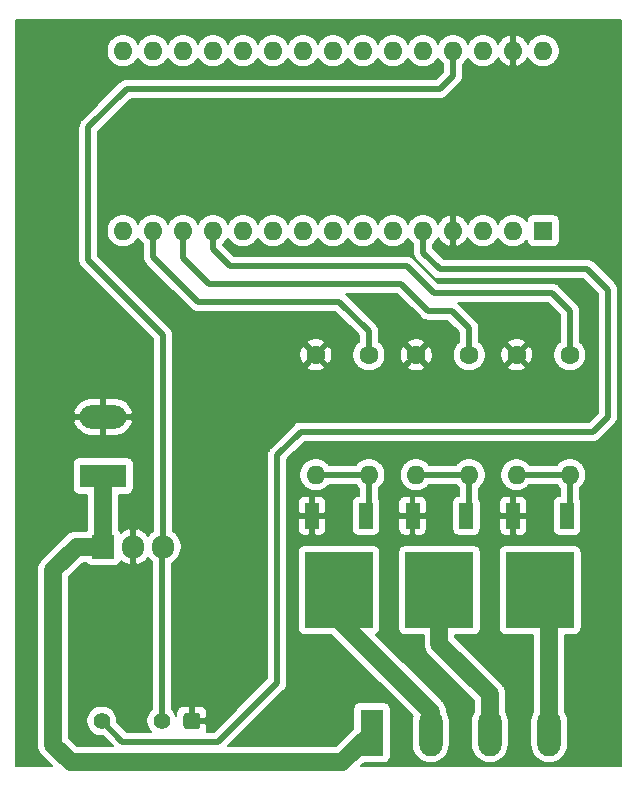
<source format=gbr>
%TF.GenerationSoftware,KiCad,Pcbnew,(5.1.9)-1*%
%TF.CreationDate,2021-04-19T12:28:02+03:00*%
%TF.ProjectId,RGB-IR-ControllerPCB,5247422d-4952-42d4-936f-6e74726f6c6c,rev?*%
%TF.SameCoordinates,Original*%
%TF.FileFunction,Copper,L1,Top*%
%TF.FilePolarity,Positive*%
%FSLAX46Y46*%
G04 Gerber Fmt 4.6, Leading zero omitted, Abs format (unit mm)*
G04 Created by KiCad (PCBNEW (5.1.9)-1) date 2021-04-19 12:28:02*
%MOMM*%
%LPD*%
G01*
G04 APERTURE LIST*
%TA.AperFunction,ComponentPad*%
%ADD10O,1.905000X2.000000*%
%TD*%
%TA.AperFunction,ComponentPad*%
%ADD11R,1.905000X2.000000*%
%TD*%
%TA.AperFunction,ComponentPad*%
%ADD12O,3.960000X1.980000*%
%TD*%
%TA.AperFunction,ComponentPad*%
%ADD13R,3.960000X1.980000*%
%TD*%
%TA.AperFunction,ComponentPad*%
%ADD14O,1.600000X1.600000*%
%TD*%
%TA.AperFunction,ComponentPad*%
%ADD15C,1.600000*%
%TD*%
%TA.AperFunction,ComponentPad*%
%ADD16R,1.600000X1.600000*%
%TD*%
%TA.AperFunction,ComponentPad*%
%ADD17O,1.980000X3.960000*%
%TD*%
%TA.AperFunction,ComponentPad*%
%ADD18R,1.980000X3.960000*%
%TD*%
%TA.AperFunction,ComponentPad*%
%ADD19C,1.400000*%
%TD*%
%TA.AperFunction,SMDPad,CuDef*%
%ADD20R,5.800000X6.400000*%
%TD*%
%TA.AperFunction,SMDPad,CuDef*%
%ADD21R,1.200000X2.200000*%
%TD*%
%TA.AperFunction,Conductor*%
%ADD22C,1.500000*%
%TD*%
%TA.AperFunction,Conductor*%
%ADD23C,0.500000*%
%TD*%
%TA.AperFunction,Conductor*%
%ADD24C,1.000000*%
%TD*%
%TA.AperFunction,Conductor*%
%ADD25C,0.200000*%
%TD*%
%TA.AperFunction,Conductor*%
%ADD26C,0.100000*%
%TD*%
G04 APERTURE END LIST*
D10*
%TO.P,U2,3*%
%TO.N,+5V*%
X104080000Y-63750000D03*
%TO.P,U2,2*%
%TO.N,GND*%
X101540000Y-63750000D03*
D11*
%TO.P,U2,1*%
%TO.N,+12V*%
X99000000Y-63750000D03*
%TD*%
D12*
%TO.P,J1,2*%
%TO.N,GND*%
X99000000Y-52750000D03*
D13*
%TO.P,J1,1*%
%TO.N,+12V*%
X99000000Y-57750000D03*
%TD*%
D14*
%TO.P,R3,2*%
%TO.N,Net-(Q2-Pad1)*%
X130000000Y-57660000D03*
D15*
%TO.P,R3,1*%
%TO.N,RED_PIN*%
X130000000Y-47500000D03*
%TD*%
D14*
%TO.P,R6,2*%
%TO.N,Net-(Q3-Pad1)*%
X134000000Y-57660000D03*
D15*
%TO.P,R6,1*%
%TO.N,GND*%
X134000000Y-47500000D03*
%TD*%
D14*
%TO.P,R5,2*%
%TO.N,Net-(Q3-Pad1)*%
X138500000Y-57660000D03*
D15*
%TO.P,R5,1*%
%TO.N,BLUE_PIN*%
X138500000Y-47500000D03*
%TD*%
D14*
%TO.P,R4,2*%
%TO.N,Net-(Q2-Pad1)*%
X125500000Y-57660000D03*
D15*
%TO.P,R4,1*%
%TO.N,GND*%
X125500000Y-47500000D03*
%TD*%
D14*
%TO.P,R2,2*%
%TO.N,Net-(Q1-Pad1)*%
X117000000Y-57660000D03*
D15*
%TO.P,R2,1*%
%TO.N,GND*%
X117000000Y-47500000D03*
%TD*%
D14*
%TO.P,R1,2*%
%TO.N,Net-(Q1-Pad1)*%
X121500000Y-57660000D03*
D15*
%TO.P,R1,1*%
%TO.N,GREEN_PIN*%
X121500000Y-47500000D03*
%TD*%
D14*
%TO.P,A1,16*%
%TO.N,N/C*%
X100690000Y-21760000D03*
%TO.P,A1,15*%
X100690000Y-37000000D03*
%TO.P,A1,30*%
X136250000Y-21760000D03*
%TO.P,A1,14*%
%TO.N,GREEN_PIN*%
X103230000Y-37000000D03*
%TO.P,A1,29*%
%TO.N,GND*%
X133710000Y-21760000D03*
%TO.P,A1,13*%
%TO.N,RED_PIN*%
X105770000Y-37000000D03*
%TO.P,A1,28*%
%TO.N,N/C*%
X131170000Y-21760000D03*
%TO.P,A1,12*%
%TO.N,BLUE_PIN*%
X108310000Y-37000000D03*
%TO.P,A1,27*%
%TO.N,+5V*%
X128630000Y-21760000D03*
%TO.P,A1,11*%
%TO.N,N/C*%
X110850000Y-37000000D03*
%TO.P,A1,26*%
X126090000Y-21760000D03*
%TO.P,A1,10*%
X113390000Y-37000000D03*
%TO.P,A1,25*%
X123550000Y-21760000D03*
%TO.P,A1,9*%
X115930000Y-37000000D03*
%TO.P,A1,24*%
X121010000Y-21760000D03*
%TO.P,A1,8*%
X118470000Y-37000000D03*
%TO.P,A1,23*%
X118470000Y-21760000D03*
%TO.P,A1,7*%
X121010000Y-37000000D03*
%TO.P,A1,22*%
X115930000Y-21760000D03*
%TO.P,A1,6*%
X123550000Y-37000000D03*
%TO.P,A1,21*%
X113390000Y-21760000D03*
%TO.P,A1,5*%
%TO.N,IR_DATA_OUT*%
X126090000Y-37000000D03*
%TO.P,A1,20*%
%TO.N,N/C*%
X110850000Y-21760000D03*
%TO.P,A1,4*%
%TO.N,GND*%
X128630000Y-37000000D03*
%TO.P,A1,19*%
%TO.N,N/C*%
X108310000Y-21760000D03*
%TO.P,A1,3*%
X131170000Y-37000000D03*
%TO.P,A1,18*%
X105770000Y-21760000D03*
%TO.P,A1,2*%
X133710000Y-37000000D03*
%TO.P,A1,17*%
X103230000Y-21760000D03*
D16*
%TO.P,A1,1*%
X136250000Y-37000000D03*
%TD*%
D17*
%TO.P,J2,3*%
%TO.N,Net-(J2-Pad3)*%
X131750000Y-79500000D03*
%TO.P,J2,4*%
%TO.N,Net-(J2-Pad4)*%
X136750000Y-79500000D03*
%TO.P,J2,2*%
%TO.N,Net-(J2-Pad2)*%
X126750000Y-79500000D03*
D18*
%TO.P,J2,1*%
%TO.N,+12V*%
X121750000Y-79500000D03*
%TD*%
D19*
%TO.P,U1,3*%
%TO.N,IR_DATA_OUT*%
X98880000Y-78500000D03*
%TO.P,U1,2*%
%TO.N,+5V*%
X103960000Y-78500000D03*
%TO.P,U1,1*%
%TO.N,GND*%
%TA.AperFunction,ComponentPad*%
G36*
G01*
X107200000Y-78049200D02*
X107200000Y-78950800D01*
G75*
G02*
X106950800Y-79200000I-249200J0D01*
G01*
X106049200Y-79200000D01*
G75*
G02*
X105800000Y-78950800I0J249200D01*
G01*
X105800000Y-78049200D01*
G75*
G02*
X106049200Y-77800000I249200J0D01*
G01*
X106950800Y-77800000D01*
G75*
G02*
X107200000Y-78049200I0J-249200D01*
G01*
G37*
%TD.AperFunction*%
%TD*%
D20*
%TO.P,Q1,2*%
%TO.N,Net-(J2-Pad2)*%
X118960000Y-67425000D03*
D21*
%TO.P,Q1,3*%
%TO.N,GND*%
X116680000Y-61125000D03*
%TO.P,Q1,1*%
%TO.N,Net-(Q1-Pad1)*%
X121240000Y-61125000D03*
%TD*%
D20*
%TO.P,Q2,2*%
%TO.N,Net-(J2-Pad3)*%
X127475000Y-67425000D03*
D21*
%TO.P,Q2,3*%
%TO.N,GND*%
X125195000Y-61125000D03*
%TO.P,Q2,1*%
%TO.N,Net-(Q2-Pad1)*%
X129755000Y-61125000D03*
%TD*%
D20*
%TO.P,Q3,2*%
%TO.N,Net-(J2-Pad4)*%
X136000000Y-67425000D03*
D21*
%TO.P,Q3,3*%
%TO.N,GND*%
X133720000Y-61125000D03*
%TO.P,Q3,1*%
%TO.N,Net-(Q3-Pad1)*%
X138280000Y-61125000D03*
%TD*%
D22*
%TO.N,+12V*%
X99000000Y-57750000D02*
X99000000Y-63750000D01*
X119250010Y-81999990D02*
X121750000Y-79500000D01*
X96249990Y-81999990D02*
X119250010Y-81999990D01*
X94750000Y-80500000D02*
X96249990Y-81999990D01*
X96750000Y-63750000D02*
X94750000Y-65750000D01*
X94750000Y-65750000D02*
X94750000Y-80500000D01*
X99000000Y-63750000D02*
X96750000Y-63750000D01*
D23*
%TO.N,BLUE_PIN*%
X137000000Y-42250000D02*
X138500000Y-43750000D01*
X138500000Y-43750000D02*
X138500000Y-47500000D01*
X127000000Y-42250000D02*
X137000000Y-42250000D01*
X124750000Y-40000000D02*
X127000000Y-42250000D01*
X109750000Y-40000000D02*
X124750000Y-40000000D01*
X108310000Y-38560000D02*
X109750000Y-40000000D01*
X108310000Y-37000000D02*
X108310000Y-38560000D01*
%TO.N,GREEN_PIN*%
X121500000Y-47500000D02*
X121500000Y-45500000D01*
X121500000Y-45500000D02*
X119000000Y-43000000D01*
X119000000Y-43000000D02*
X107000000Y-43000000D01*
X103230000Y-39230000D02*
X103230000Y-37000000D01*
X107000000Y-43000000D02*
X103230000Y-39230000D01*
%TO.N,RED_PIN*%
X105770000Y-39270000D02*
X105770000Y-37000000D01*
X108000000Y-41500000D02*
X105770000Y-39270000D01*
X128500000Y-43750000D02*
X126500000Y-43750000D01*
X130000000Y-45250000D02*
X128500000Y-43750000D01*
X124250000Y-41500000D02*
X108000000Y-41500000D01*
X126500000Y-43750000D02*
X124250000Y-41500000D01*
X130000000Y-47500000D02*
X130000000Y-45250000D01*
%TO.N,+5V*%
X103960000Y-63870000D02*
X104080000Y-63750000D01*
X103960000Y-78500000D02*
X103960000Y-63870000D01*
X104080000Y-63750000D02*
X104080000Y-45830000D01*
X104080000Y-45830000D02*
X97750000Y-39500000D01*
X97750000Y-39500000D02*
X97750000Y-28250000D01*
X97750000Y-28250000D02*
X101000000Y-25000000D01*
X101000000Y-25000000D02*
X127500000Y-25000000D01*
X128630000Y-23870000D02*
X128630000Y-21760000D01*
X127500000Y-25000000D02*
X128630000Y-23870000D01*
%TO.N,IR_DATA_OUT*%
X98880000Y-78500000D02*
X100630000Y-80250000D01*
X100630000Y-80250000D02*
X108750000Y-80250000D01*
X108750000Y-80250000D02*
X113750000Y-75250000D01*
X113750000Y-75250000D02*
X113750000Y-56000000D01*
X113750000Y-56000000D02*
X115750000Y-54000000D01*
X115750000Y-54000000D02*
X140500000Y-54000000D01*
X140500000Y-54000000D02*
X141750000Y-52750000D01*
X126090000Y-37000000D02*
X126090000Y-38840000D01*
X126090000Y-38840000D02*
X127500000Y-40250000D01*
X127500000Y-40250000D02*
X140000000Y-40250000D01*
X140000000Y-40250000D02*
X141750000Y-42000000D01*
X141750000Y-52750000D02*
X141750000Y-42000000D01*
%TO.N,Net-(Q1-Pad1)*%
X117000000Y-57660000D02*
X121500000Y-57660000D01*
X121500000Y-60865000D02*
X121240000Y-61125000D01*
X121500000Y-57660000D02*
X121500000Y-60865000D01*
%TO.N,Net-(Q2-Pad1)*%
X129755000Y-57905000D02*
X130000000Y-57660000D01*
X125500000Y-57660000D02*
X130000000Y-57660000D01*
X130000000Y-60880000D02*
X129755000Y-61125000D01*
X130000000Y-57660000D02*
X130000000Y-60880000D01*
%TO.N,Net-(Q3-Pad1)*%
X134000000Y-57660000D02*
X138500000Y-57660000D01*
X138500000Y-60905000D02*
X138280000Y-61125000D01*
X138500000Y-57660000D02*
X138500000Y-60905000D01*
D22*
%TO.N,Net-(J2-Pad4)*%
X136750000Y-68175000D02*
X136000000Y-67425000D01*
X136750000Y-79500000D02*
X136750000Y-68175000D01*
%TO.N,Net-(J2-Pad3)*%
X131750000Y-79500000D02*
X131750000Y-76250000D01*
X127475000Y-71975000D02*
X127475000Y-67425000D01*
X131750000Y-76250000D02*
X127475000Y-71975000D01*
D24*
%TO.N,Net-(J2-Pad2)*%
X118960000Y-66805000D02*
X118960000Y-69705000D01*
D22*
X119175000Y-67640000D02*
X118960000Y-67425000D01*
X126750000Y-79500000D02*
X126750000Y-77750000D01*
X118960000Y-69960000D02*
X118960000Y-67425000D01*
X126750000Y-77750000D02*
X118960000Y-69960000D01*
%TD*%
D25*
%TO.N,GND*%
X142850001Y-82350000D02*
X120809188Y-82350000D01*
X121076285Y-82082903D01*
X122740000Y-82082903D01*
X122857621Y-82071318D01*
X122970721Y-82037010D01*
X123074955Y-81981296D01*
X123166317Y-81906317D01*
X123241296Y-81814955D01*
X123297010Y-81710721D01*
X123331318Y-81597621D01*
X123342903Y-81480000D01*
X123342903Y-77520000D01*
X123331318Y-77402379D01*
X123297010Y-77289279D01*
X123241296Y-77185045D01*
X123166317Y-77093683D01*
X123074955Y-77018704D01*
X122970721Y-76962990D01*
X122857621Y-76928682D01*
X122740000Y-76917097D01*
X120760000Y-76917097D01*
X120642379Y-76928682D01*
X120529279Y-76962990D01*
X120425045Y-77018704D01*
X120333683Y-77093683D01*
X120258704Y-77185045D01*
X120202990Y-77289279D01*
X120168682Y-77402379D01*
X120157097Y-77520000D01*
X120157097Y-79183715D01*
X118690822Y-80649990D01*
X109552090Y-80649990D01*
X114321521Y-75880560D01*
X114353948Y-75853948D01*
X114460168Y-75724519D01*
X114539097Y-75576855D01*
X114587700Y-75416629D01*
X114600000Y-75291749D01*
X114600000Y-75291741D01*
X114604111Y-75250000D01*
X114600000Y-75208259D01*
X114600000Y-64225000D01*
X115457097Y-64225000D01*
X115457097Y-70625000D01*
X115468682Y-70742621D01*
X115502990Y-70855721D01*
X115558704Y-70959955D01*
X115633683Y-71051317D01*
X115725045Y-71126296D01*
X115829279Y-71182010D01*
X115942379Y-71216318D01*
X116060000Y-71227903D01*
X118318715Y-71227903D01*
X125207703Y-78116891D01*
X125183006Y-78198307D01*
X125160000Y-78431892D01*
X125160001Y-80568109D01*
X125183007Y-80801694D01*
X125273925Y-81101411D01*
X125421568Y-81377631D01*
X125620261Y-81619740D01*
X125862370Y-81818433D01*
X126138590Y-81966076D01*
X126438307Y-82056994D01*
X126750000Y-82087693D01*
X127061694Y-82056994D01*
X127361411Y-81966076D01*
X127637631Y-81818433D01*
X127879740Y-81619740D01*
X128078433Y-81377631D01*
X128226076Y-81101411D01*
X128316994Y-80801694D01*
X128340000Y-80568109D01*
X128340000Y-78431891D01*
X128316994Y-78198306D01*
X128226076Y-77898589D01*
X128097469Y-77657983D01*
X128080467Y-77485354D01*
X128003272Y-77230878D01*
X128003272Y-77230877D01*
X127877915Y-76996350D01*
X127751490Y-76842302D01*
X127709213Y-76790787D01*
X127657697Y-76748509D01*
X122091032Y-71181844D01*
X122194955Y-71126296D01*
X122286317Y-71051317D01*
X122361296Y-70959955D01*
X122417010Y-70855721D01*
X122451318Y-70742621D01*
X122462903Y-70625000D01*
X122462903Y-64225000D01*
X123972097Y-64225000D01*
X123972097Y-70625000D01*
X123983682Y-70742621D01*
X124017990Y-70855721D01*
X124073704Y-70959955D01*
X124148683Y-71051317D01*
X124240045Y-71126296D01*
X124344279Y-71182010D01*
X124457379Y-71216318D01*
X124575000Y-71227903D01*
X126125000Y-71227903D01*
X126125000Y-71908681D01*
X126118468Y-71975000D01*
X126125000Y-72041319D01*
X126125000Y-72041320D01*
X126144533Y-72239645D01*
X126221728Y-72494121D01*
X126221729Y-72494122D01*
X126347085Y-72728649D01*
X126473510Y-72882698D01*
X126473513Y-72882701D01*
X126515787Y-72934212D01*
X126567299Y-72976487D01*
X130400001Y-76809190D01*
X130400001Y-77662718D01*
X130273924Y-77898590D01*
X130183006Y-78198307D01*
X130160000Y-78431892D01*
X130160001Y-80568109D01*
X130183007Y-80801694D01*
X130273925Y-81101411D01*
X130421568Y-81377631D01*
X130620261Y-81619740D01*
X130862370Y-81818433D01*
X131138590Y-81966076D01*
X131438307Y-82056994D01*
X131750000Y-82087693D01*
X132061694Y-82056994D01*
X132361411Y-81966076D01*
X132637631Y-81818433D01*
X132879740Y-81619740D01*
X133078433Y-81377631D01*
X133226076Y-81101411D01*
X133316994Y-80801694D01*
X133340000Y-80568109D01*
X133340000Y-78431891D01*
X133316994Y-78198306D01*
X133226076Y-77898589D01*
X133100000Y-77662718D01*
X133100000Y-76316319D01*
X133106532Y-76250000D01*
X133090547Y-76087700D01*
X133080467Y-75985354D01*
X133003272Y-75730878D01*
X132920945Y-75576854D01*
X132877915Y-75496350D01*
X132751490Y-75342301D01*
X132751487Y-75342298D01*
X132709213Y-75290787D01*
X132657702Y-75248513D01*
X128825000Y-71415812D01*
X128825000Y-71227903D01*
X130375000Y-71227903D01*
X130492621Y-71216318D01*
X130605721Y-71182010D01*
X130709955Y-71126296D01*
X130801317Y-71051317D01*
X130876296Y-70959955D01*
X130932010Y-70855721D01*
X130966318Y-70742621D01*
X130977903Y-70625000D01*
X130977903Y-64225000D01*
X132497097Y-64225000D01*
X132497097Y-70625000D01*
X132508682Y-70742621D01*
X132542990Y-70855721D01*
X132598704Y-70959955D01*
X132673683Y-71051317D01*
X132765045Y-71126296D01*
X132869279Y-71182010D01*
X132982379Y-71216318D01*
X133100000Y-71227903D01*
X135400001Y-71227903D01*
X135400000Y-77662719D01*
X135273924Y-77898590D01*
X135183006Y-78198307D01*
X135160000Y-78431892D01*
X135160001Y-80568109D01*
X135183007Y-80801694D01*
X135273925Y-81101411D01*
X135421568Y-81377631D01*
X135620261Y-81619740D01*
X135862370Y-81818433D01*
X136138590Y-81966076D01*
X136438307Y-82056994D01*
X136750000Y-82087693D01*
X137061694Y-82056994D01*
X137361411Y-81966076D01*
X137637631Y-81818433D01*
X137879740Y-81619740D01*
X138078433Y-81377631D01*
X138226076Y-81101411D01*
X138316994Y-80801694D01*
X138340000Y-80568109D01*
X138340000Y-78431891D01*
X138316994Y-78198306D01*
X138226076Y-77898589D01*
X138100000Y-77662718D01*
X138100000Y-71227903D01*
X138900000Y-71227903D01*
X139017621Y-71216318D01*
X139130721Y-71182010D01*
X139234955Y-71126296D01*
X139326317Y-71051317D01*
X139401296Y-70959955D01*
X139457010Y-70855721D01*
X139491318Y-70742621D01*
X139502903Y-70625000D01*
X139502903Y-64225000D01*
X139491318Y-64107379D01*
X139457010Y-63994279D01*
X139401296Y-63890045D01*
X139326317Y-63798683D01*
X139234955Y-63723704D01*
X139130721Y-63667990D01*
X139017621Y-63633682D01*
X138900000Y-63622097D01*
X133100000Y-63622097D01*
X132982379Y-63633682D01*
X132869279Y-63667990D01*
X132765045Y-63723704D01*
X132673683Y-63798683D01*
X132598704Y-63890045D01*
X132542990Y-63994279D01*
X132508682Y-64107379D01*
X132497097Y-64225000D01*
X130977903Y-64225000D01*
X130966318Y-64107379D01*
X130932010Y-63994279D01*
X130876296Y-63890045D01*
X130801317Y-63798683D01*
X130709955Y-63723704D01*
X130605721Y-63667990D01*
X130492621Y-63633682D01*
X130375000Y-63622097D01*
X124575000Y-63622097D01*
X124457379Y-63633682D01*
X124344279Y-63667990D01*
X124240045Y-63723704D01*
X124148683Y-63798683D01*
X124073704Y-63890045D01*
X124017990Y-63994279D01*
X123983682Y-64107379D01*
X123972097Y-64225000D01*
X122462903Y-64225000D01*
X122451318Y-64107379D01*
X122417010Y-63994279D01*
X122361296Y-63890045D01*
X122286317Y-63798683D01*
X122194955Y-63723704D01*
X122090721Y-63667990D01*
X121977621Y-63633682D01*
X121860000Y-63622097D01*
X116060000Y-63622097D01*
X115942379Y-63633682D01*
X115829279Y-63667990D01*
X115725045Y-63723704D01*
X115633683Y-63798683D01*
X115558704Y-63890045D01*
X115502990Y-63994279D01*
X115468682Y-64107379D01*
X115457097Y-64225000D01*
X114600000Y-64225000D01*
X114600000Y-62225000D01*
X115477097Y-62225000D01*
X115488682Y-62342621D01*
X115522990Y-62455721D01*
X115578704Y-62559955D01*
X115653683Y-62651317D01*
X115745045Y-62726296D01*
X115849279Y-62782010D01*
X115962379Y-62816318D01*
X116080000Y-62827903D01*
X116380000Y-62825000D01*
X116530000Y-62675000D01*
X116530000Y-61275000D01*
X116830000Y-61275000D01*
X116830000Y-62675000D01*
X116980000Y-62825000D01*
X117280000Y-62827903D01*
X117397621Y-62816318D01*
X117510721Y-62782010D01*
X117614955Y-62726296D01*
X117706317Y-62651317D01*
X117781296Y-62559955D01*
X117837010Y-62455721D01*
X117871318Y-62342621D01*
X117882903Y-62225000D01*
X117880000Y-61425000D01*
X117730000Y-61275000D01*
X116830000Y-61275000D01*
X116530000Y-61275000D01*
X115630000Y-61275000D01*
X115480000Y-61425000D01*
X115477097Y-62225000D01*
X114600000Y-62225000D01*
X114600000Y-60025000D01*
X115477097Y-60025000D01*
X115480000Y-60825000D01*
X115630000Y-60975000D01*
X116530000Y-60975000D01*
X116530000Y-59575000D01*
X116830000Y-59575000D01*
X116830000Y-60975000D01*
X117730000Y-60975000D01*
X117880000Y-60825000D01*
X117882903Y-60025000D01*
X117871318Y-59907379D01*
X117837010Y-59794279D01*
X117781296Y-59690045D01*
X117706317Y-59598683D01*
X117614955Y-59523704D01*
X117510721Y-59467990D01*
X117397621Y-59433682D01*
X117280000Y-59422097D01*
X116980000Y-59425000D01*
X116830000Y-59575000D01*
X116530000Y-59575000D01*
X116380000Y-59425000D01*
X116080000Y-59422097D01*
X115962379Y-59433682D01*
X115849279Y-59467990D01*
X115745045Y-59523704D01*
X115653683Y-59598683D01*
X115578704Y-59690045D01*
X115522990Y-59794279D01*
X115488682Y-59907379D01*
X115477097Y-60025000D01*
X114600000Y-60025000D01*
X114600000Y-57522112D01*
X115600000Y-57522112D01*
X115600000Y-57797888D01*
X115653801Y-58068365D01*
X115759336Y-58323149D01*
X115912549Y-58552448D01*
X116107552Y-58747451D01*
X116336851Y-58900664D01*
X116591635Y-59006199D01*
X116862112Y-59060000D01*
X117137888Y-59060000D01*
X117408365Y-59006199D01*
X117663149Y-58900664D01*
X117892448Y-58747451D01*
X118087451Y-58552448D01*
X118115814Y-58510000D01*
X120384186Y-58510000D01*
X120412549Y-58552448D01*
X120607552Y-58747451D01*
X120650000Y-58775814D01*
X120650001Y-59422097D01*
X120640000Y-59422097D01*
X120522379Y-59433682D01*
X120409279Y-59467990D01*
X120305045Y-59523704D01*
X120213683Y-59598683D01*
X120138704Y-59690045D01*
X120082990Y-59794279D01*
X120048682Y-59907379D01*
X120037097Y-60025000D01*
X120037097Y-62225000D01*
X120048682Y-62342621D01*
X120082990Y-62455721D01*
X120138704Y-62559955D01*
X120213683Y-62651317D01*
X120305045Y-62726296D01*
X120409279Y-62782010D01*
X120522379Y-62816318D01*
X120640000Y-62827903D01*
X121840000Y-62827903D01*
X121957621Y-62816318D01*
X122070721Y-62782010D01*
X122174955Y-62726296D01*
X122266317Y-62651317D01*
X122341296Y-62559955D01*
X122397010Y-62455721D01*
X122431318Y-62342621D01*
X122442903Y-62225000D01*
X123992097Y-62225000D01*
X124003682Y-62342621D01*
X124037990Y-62455721D01*
X124093704Y-62559955D01*
X124168683Y-62651317D01*
X124260045Y-62726296D01*
X124364279Y-62782010D01*
X124477379Y-62816318D01*
X124595000Y-62827903D01*
X124895000Y-62825000D01*
X125045000Y-62675000D01*
X125045000Y-61275000D01*
X125345000Y-61275000D01*
X125345000Y-62675000D01*
X125495000Y-62825000D01*
X125795000Y-62827903D01*
X125912621Y-62816318D01*
X126025721Y-62782010D01*
X126129955Y-62726296D01*
X126221317Y-62651317D01*
X126296296Y-62559955D01*
X126352010Y-62455721D01*
X126386318Y-62342621D01*
X126397903Y-62225000D01*
X126395000Y-61425000D01*
X126245000Y-61275000D01*
X125345000Y-61275000D01*
X125045000Y-61275000D01*
X124145000Y-61275000D01*
X123995000Y-61425000D01*
X123992097Y-62225000D01*
X122442903Y-62225000D01*
X122442903Y-60025000D01*
X123992097Y-60025000D01*
X123995000Y-60825000D01*
X124145000Y-60975000D01*
X125045000Y-60975000D01*
X125045000Y-59575000D01*
X125345000Y-59575000D01*
X125345000Y-60975000D01*
X126245000Y-60975000D01*
X126395000Y-60825000D01*
X126397903Y-60025000D01*
X126386318Y-59907379D01*
X126352010Y-59794279D01*
X126296296Y-59690045D01*
X126221317Y-59598683D01*
X126129955Y-59523704D01*
X126025721Y-59467990D01*
X125912621Y-59433682D01*
X125795000Y-59422097D01*
X125495000Y-59425000D01*
X125345000Y-59575000D01*
X125045000Y-59575000D01*
X124895000Y-59425000D01*
X124595000Y-59422097D01*
X124477379Y-59433682D01*
X124364279Y-59467990D01*
X124260045Y-59523704D01*
X124168683Y-59598683D01*
X124093704Y-59690045D01*
X124037990Y-59794279D01*
X124003682Y-59907379D01*
X123992097Y-60025000D01*
X122442903Y-60025000D01*
X122431318Y-59907379D01*
X122397010Y-59794279D01*
X122350000Y-59706329D01*
X122350000Y-58775814D01*
X122392448Y-58747451D01*
X122587451Y-58552448D01*
X122740664Y-58323149D01*
X122846199Y-58068365D01*
X122900000Y-57797888D01*
X122900000Y-57522112D01*
X124100000Y-57522112D01*
X124100000Y-57797888D01*
X124153801Y-58068365D01*
X124259336Y-58323149D01*
X124412549Y-58552448D01*
X124607552Y-58747451D01*
X124836851Y-58900664D01*
X125091635Y-59006199D01*
X125362112Y-59060000D01*
X125637888Y-59060000D01*
X125908365Y-59006199D01*
X126163149Y-58900664D01*
X126392448Y-58747451D01*
X126587451Y-58552448D01*
X126615814Y-58510000D01*
X128884186Y-58510000D01*
X128912549Y-58552448D01*
X129107552Y-58747451D01*
X129150000Y-58775814D01*
X129150001Y-59422589D01*
X129037379Y-59433682D01*
X128924279Y-59467990D01*
X128820045Y-59523704D01*
X128728683Y-59598683D01*
X128653704Y-59690045D01*
X128597990Y-59794279D01*
X128563682Y-59907379D01*
X128552097Y-60025000D01*
X128552097Y-62225000D01*
X128563682Y-62342621D01*
X128597990Y-62455721D01*
X128653704Y-62559955D01*
X128728683Y-62651317D01*
X128820045Y-62726296D01*
X128924279Y-62782010D01*
X129037379Y-62816318D01*
X129155000Y-62827903D01*
X130355000Y-62827903D01*
X130472621Y-62816318D01*
X130585721Y-62782010D01*
X130689955Y-62726296D01*
X130781317Y-62651317D01*
X130856296Y-62559955D01*
X130912010Y-62455721D01*
X130946318Y-62342621D01*
X130957903Y-62225000D01*
X132517097Y-62225000D01*
X132528682Y-62342621D01*
X132562990Y-62455721D01*
X132618704Y-62559955D01*
X132693683Y-62651317D01*
X132785045Y-62726296D01*
X132889279Y-62782010D01*
X133002379Y-62816318D01*
X133120000Y-62827903D01*
X133420000Y-62825000D01*
X133570000Y-62675000D01*
X133570000Y-61275000D01*
X133870000Y-61275000D01*
X133870000Y-62675000D01*
X134020000Y-62825000D01*
X134320000Y-62827903D01*
X134437621Y-62816318D01*
X134550721Y-62782010D01*
X134654955Y-62726296D01*
X134746317Y-62651317D01*
X134821296Y-62559955D01*
X134877010Y-62455721D01*
X134911318Y-62342621D01*
X134922903Y-62225000D01*
X134920000Y-61425000D01*
X134770000Y-61275000D01*
X133870000Y-61275000D01*
X133570000Y-61275000D01*
X132670000Y-61275000D01*
X132520000Y-61425000D01*
X132517097Y-62225000D01*
X130957903Y-62225000D01*
X130957903Y-60025000D01*
X132517097Y-60025000D01*
X132520000Y-60825000D01*
X132670000Y-60975000D01*
X133570000Y-60975000D01*
X133570000Y-59575000D01*
X133870000Y-59575000D01*
X133870000Y-60975000D01*
X134770000Y-60975000D01*
X134920000Y-60825000D01*
X134922903Y-60025000D01*
X134911318Y-59907379D01*
X134877010Y-59794279D01*
X134821296Y-59690045D01*
X134746317Y-59598683D01*
X134654955Y-59523704D01*
X134550721Y-59467990D01*
X134437621Y-59433682D01*
X134320000Y-59422097D01*
X134020000Y-59425000D01*
X133870000Y-59575000D01*
X133570000Y-59575000D01*
X133420000Y-59425000D01*
X133120000Y-59422097D01*
X133002379Y-59433682D01*
X132889279Y-59467990D01*
X132785045Y-59523704D01*
X132693683Y-59598683D01*
X132618704Y-59690045D01*
X132562990Y-59794279D01*
X132528682Y-59907379D01*
X132517097Y-60025000D01*
X130957903Y-60025000D01*
X130946318Y-59907379D01*
X130912010Y-59794279D01*
X130856296Y-59690045D01*
X130850000Y-59682373D01*
X130850000Y-58775814D01*
X130892448Y-58747451D01*
X131087451Y-58552448D01*
X131240664Y-58323149D01*
X131346199Y-58068365D01*
X131400000Y-57797888D01*
X131400000Y-57522112D01*
X132600000Y-57522112D01*
X132600000Y-57797888D01*
X132653801Y-58068365D01*
X132759336Y-58323149D01*
X132912549Y-58552448D01*
X133107552Y-58747451D01*
X133336851Y-58900664D01*
X133591635Y-59006199D01*
X133862112Y-59060000D01*
X134137888Y-59060000D01*
X134408365Y-59006199D01*
X134663149Y-58900664D01*
X134892448Y-58747451D01*
X135087451Y-58552448D01*
X135115814Y-58510000D01*
X137384186Y-58510000D01*
X137412549Y-58552448D01*
X137607552Y-58747451D01*
X137650000Y-58775814D01*
X137650001Y-59425052D01*
X137562379Y-59433682D01*
X137449279Y-59467990D01*
X137345045Y-59523704D01*
X137253683Y-59598683D01*
X137178704Y-59690045D01*
X137122990Y-59794279D01*
X137088682Y-59907379D01*
X137077097Y-60025000D01*
X137077097Y-62225000D01*
X137088682Y-62342621D01*
X137122990Y-62455721D01*
X137178704Y-62559955D01*
X137253683Y-62651317D01*
X137345045Y-62726296D01*
X137449279Y-62782010D01*
X137562379Y-62816318D01*
X137680000Y-62827903D01*
X138880000Y-62827903D01*
X138997621Y-62816318D01*
X139110721Y-62782010D01*
X139214955Y-62726296D01*
X139306317Y-62651317D01*
X139381296Y-62559955D01*
X139437010Y-62455721D01*
X139471318Y-62342621D01*
X139482903Y-62225000D01*
X139482903Y-60025000D01*
X139471318Y-59907379D01*
X139437010Y-59794279D01*
X139381296Y-59690045D01*
X139350000Y-59651911D01*
X139350000Y-58775814D01*
X139392448Y-58747451D01*
X139587451Y-58552448D01*
X139740664Y-58323149D01*
X139846199Y-58068365D01*
X139900000Y-57797888D01*
X139900000Y-57522112D01*
X139846199Y-57251635D01*
X139740664Y-56996851D01*
X139587451Y-56767552D01*
X139392448Y-56572549D01*
X139163149Y-56419336D01*
X138908365Y-56313801D01*
X138637888Y-56260000D01*
X138362112Y-56260000D01*
X138091635Y-56313801D01*
X137836851Y-56419336D01*
X137607552Y-56572549D01*
X137412549Y-56767552D01*
X137384186Y-56810000D01*
X135115814Y-56810000D01*
X135087451Y-56767552D01*
X134892448Y-56572549D01*
X134663149Y-56419336D01*
X134408365Y-56313801D01*
X134137888Y-56260000D01*
X133862112Y-56260000D01*
X133591635Y-56313801D01*
X133336851Y-56419336D01*
X133107552Y-56572549D01*
X132912549Y-56767552D01*
X132759336Y-56996851D01*
X132653801Y-57251635D01*
X132600000Y-57522112D01*
X131400000Y-57522112D01*
X131346199Y-57251635D01*
X131240664Y-56996851D01*
X131087451Y-56767552D01*
X130892448Y-56572549D01*
X130663149Y-56419336D01*
X130408365Y-56313801D01*
X130137888Y-56260000D01*
X129862112Y-56260000D01*
X129591635Y-56313801D01*
X129336851Y-56419336D01*
X129107552Y-56572549D01*
X128912549Y-56767552D01*
X128884186Y-56810000D01*
X126615814Y-56810000D01*
X126587451Y-56767552D01*
X126392448Y-56572549D01*
X126163149Y-56419336D01*
X125908365Y-56313801D01*
X125637888Y-56260000D01*
X125362112Y-56260000D01*
X125091635Y-56313801D01*
X124836851Y-56419336D01*
X124607552Y-56572549D01*
X124412549Y-56767552D01*
X124259336Y-56996851D01*
X124153801Y-57251635D01*
X124100000Y-57522112D01*
X122900000Y-57522112D01*
X122846199Y-57251635D01*
X122740664Y-56996851D01*
X122587451Y-56767552D01*
X122392448Y-56572549D01*
X122163149Y-56419336D01*
X121908365Y-56313801D01*
X121637888Y-56260000D01*
X121362112Y-56260000D01*
X121091635Y-56313801D01*
X120836851Y-56419336D01*
X120607552Y-56572549D01*
X120412549Y-56767552D01*
X120384186Y-56810000D01*
X118115814Y-56810000D01*
X118087451Y-56767552D01*
X117892448Y-56572549D01*
X117663149Y-56419336D01*
X117408365Y-56313801D01*
X117137888Y-56260000D01*
X116862112Y-56260000D01*
X116591635Y-56313801D01*
X116336851Y-56419336D01*
X116107552Y-56572549D01*
X115912549Y-56767552D01*
X115759336Y-56996851D01*
X115653801Y-57251635D01*
X115600000Y-57522112D01*
X114600000Y-57522112D01*
X114600000Y-56352080D01*
X116102081Y-54850000D01*
X140458259Y-54850000D01*
X140500000Y-54854111D01*
X140541741Y-54850000D01*
X140541749Y-54850000D01*
X140666629Y-54837700D01*
X140826855Y-54789097D01*
X140974519Y-54710168D01*
X141103948Y-54603948D01*
X141130566Y-54571514D01*
X142321521Y-53380560D01*
X142353948Y-53353948D01*
X142460168Y-53224519D01*
X142539097Y-53076855D01*
X142587700Y-52916629D01*
X142600000Y-52791749D01*
X142600000Y-52791741D01*
X142604111Y-52750000D01*
X142600000Y-52708259D01*
X142600000Y-42041741D01*
X142604111Y-42000000D01*
X142600000Y-41958259D01*
X142600000Y-41958251D01*
X142587700Y-41833371D01*
X142539097Y-41673145D01*
X142460168Y-41525481D01*
X142353948Y-41396052D01*
X142321519Y-41369438D01*
X140630566Y-39678486D01*
X140603948Y-39646052D01*
X140474519Y-39539832D01*
X140326855Y-39460903D01*
X140166629Y-39412300D01*
X140041749Y-39400000D01*
X140041741Y-39400000D01*
X140000000Y-39395889D01*
X139958259Y-39400000D01*
X127852081Y-39400000D01*
X126940000Y-38487920D01*
X126940000Y-38115814D01*
X126982448Y-38087451D01*
X127177451Y-37892448D01*
X127330664Y-37663149D01*
X127362378Y-37586586D01*
X127376005Y-37622506D01*
X127521545Y-37855187D01*
X127709682Y-38055004D01*
X127933187Y-38214278D01*
X128183470Y-38326887D01*
X128264099Y-38351339D01*
X128480000Y-38240967D01*
X128480000Y-37150000D01*
X128460000Y-37150000D01*
X128460000Y-36850000D01*
X128480000Y-36850000D01*
X128480000Y-35759033D01*
X128780000Y-35759033D01*
X128780000Y-36850000D01*
X128800000Y-36850000D01*
X128800000Y-37150000D01*
X128780000Y-37150000D01*
X128780000Y-38240967D01*
X128995901Y-38351339D01*
X129076530Y-38326887D01*
X129326813Y-38214278D01*
X129550318Y-38055004D01*
X129738455Y-37855187D01*
X129883995Y-37622506D01*
X129897622Y-37586586D01*
X129929336Y-37663149D01*
X130082549Y-37892448D01*
X130277552Y-38087451D01*
X130506851Y-38240664D01*
X130761635Y-38346199D01*
X131032112Y-38400000D01*
X131307888Y-38400000D01*
X131578365Y-38346199D01*
X131833149Y-38240664D01*
X132062448Y-38087451D01*
X132257451Y-37892448D01*
X132410664Y-37663149D01*
X132440000Y-37592326D01*
X132469336Y-37663149D01*
X132622549Y-37892448D01*
X132817552Y-38087451D01*
X133046851Y-38240664D01*
X133301635Y-38346199D01*
X133572112Y-38400000D01*
X133847888Y-38400000D01*
X134118365Y-38346199D01*
X134373149Y-38240664D01*
X134602448Y-38087451D01*
X134797451Y-37892448D01*
X134848655Y-37815816D01*
X134858682Y-37917621D01*
X134892990Y-38030721D01*
X134948704Y-38134955D01*
X135023683Y-38226317D01*
X135115045Y-38301296D01*
X135219279Y-38357010D01*
X135332379Y-38391318D01*
X135450000Y-38402903D01*
X137050000Y-38402903D01*
X137167621Y-38391318D01*
X137280721Y-38357010D01*
X137384955Y-38301296D01*
X137476317Y-38226317D01*
X137551296Y-38134955D01*
X137607010Y-38030721D01*
X137641318Y-37917621D01*
X137652903Y-37800000D01*
X137652903Y-36200000D01*
X137641318Y-36082379D01*
X137607010Y-35969279D01*
X137551296Y-35865045D01*
X137476317Y-35773683D01*
X137384955Y-35698704D01*
X137280721Y-35642990D01*
X137167621Y-35608682D01*
X137050000Y-35597097D01*
X135450000Y-35597097D01*
X135332379Y-35608682D01*
X135219279Y-35642990D01*
X135115045Y-35698704D01*
X135023683Y-35773683D01*
X134948704Y-35865045D01*
X134892990Y-35969279D01*
X134858682Y-36082379D01*
X134848655Y-36184184D01*
X134797451Y-36107552D01*
X134602448Y-35912549D01*
X134373149Y-35759336D01*
X134118365Y-35653801D01*
X133847888Y-35600000D01*
X133572112Y-35600000D01*
X133301635Y-35653801D01*
X133046851Y-35759336D01*
X132817552Y-35912549D01*
X132622549Y-36107552D01*
X132469336Y-36336851D01*
X132440000Y-36407674D01*
X132410664Y-36336851D01*
X132257451Y-36107552D01*
X132062448Y-35912549D01*
X131833149Y-35759336D01*
X131578365Y-35653801D01*
X131307888Y-35600000D01*
X131032112Y-35600000D01*
X130761635Y-35653801D01*
X130506851Y-35759336D01*
X130277552Y-35912549D01*
X130082549Y-36107552D01*
X129929336Y-36336851D01*
X129897622Y-36413414D01*
X129883995Y-36377494D01*
X129738455Y-36144813D01*
X129550318Y-35944996D01*
X129326813Y-35785722D01*
X129076530Y-35673113D01*
X128995901Y-35648661D01*
X128780000Y-35759033D01*
X128480000Y-35759033D01*
X128264099Y-35648661D01*
X128183470Y-35673113D01*
X127933187Y-35785722D01*
X127709682Y-35944996D01*
X127521545Y-36144813D01*
X127376005Y-36377494D01*
X127362378Y-36413414D01*
X127330664Y-36336851D01*
X127177451Y-36107552D01*
X126982448Y-35912549D01*
X126753149Y-35759336D01*
X126498365Y-35653801D01*
X126227888Y-35600000D01*
X125952112Y-35600000D01*
X125681635Y-35653801D01*
X125426851Y-35759336D01*
X125197552Y-35912549D01*
X125002549Y-36107552D01*
X124849336Y-36336851D01*
X124820000Y-36407674D01*
X124790664Y-36336851D01*
X124637451Y-36107552D01*
X124442448Y-35912549D01*
X124213149Y-35759336D01*
X123958365Y-35653801D01*
X123687888Y-35600000D01*
X123412112Y-35600000D01*
X123141635Y-35653801D01*
X122886851Y-35759336D01*
X122657552Y-35912549D01*
X122462549Y-36107552D01*
X122309336Y-36336851D01*
X122280000Y-36407674D01*
X122250664Y-36336851D01*
X122097451Y-36107552D01*
X121902448Y-35912549D01*
X121673149Y-35759336D01*
X121418365Y-35653801D01*
X121147888Y-35600000D01*
X120872112Y-35600000D01*
X120601635Y-35653801D01*
X120346851Y-35759336D01*
X120117552Y-35912549D01*
X119922549Y-36107552D01*
X119769336Y-36336851D01*
X119740000Y-36407674D01*
X119710664Y-36336851D01*
X119557451Y-36107552D01*
X119362448Y-35912549D01*
X119133149Y-35759336D01*
X118878365Y-35653801D01*
X118607888Y-35600000D01*
X118332112Y-35600000D01*
X118061635Y-35653801D01*
X117806851Y-35759336D01*
X117577552Y-35912549D01*
X117382549Y-36107552D01*
X117229336Y-36336851D01*
X117200000Y-36407674D01*
X117170664Y-36336851D01*
X117017451Y-36107552D01*
X116822448Y-35912549D01*
X116593149Y-35759336D01*
X116338365Y-35653801D01*
X116067888Y-35600000D01*
X115792112Y-35600000D01*
X115521635Y-35653801D01*
X115266851Y-35759336D01*
X115037552Y-35912549D01*
X114842549Y-36107552D01*
X114689336Y-36336851D01*
X114660000Y-36407674D01*
X114630664Y-36336851D01*
X114477451Y-36107552D01*
X114282448Y-35912549D01*
X114053149Y-35759336D01*
X113798365Y-35653801D01*
X113527888Y-35600000D01*
X113252112Y-35600000D01*
X112981635Y-35653801D01*
X112726851Y-35759336D01*
X112497552Y-35912549D01*
X112302549Y-36107552D01*
X112149336Y-36336851D01*
X112120000Y-36407674D01*
X112090664Y-36336851D01*
X111937451Y-36107552D01*
X111742448Y-35912549D01*
X111513149Y-35759336D01*
X111258365Y-35653801D01*
X110987888Y-35600000D01*
X110712112Y-35600000D01*
X110441635Y-35653801D01*
X110186851Y-35759336D01*
X109957552Y-35912549D01*
X109762549Y-36107552D01*
X109609336Y-36336851D01*
X109580000Y-36407674D01*
X109550664Y-36336851D01*
X109397451Y-36107552D01*
X109202448Y-35912549D01*
X108973149Y-35759336D01*
X108718365Y-35653801D01*
X108447888Y-35600000D01*
X108172112Y-35600000D01*
X107901635Y-35653801D01*
X107646851Y-35759336D01*
X107417552Y-35912549D01*
X107222549Y-36107552D01*
X107069336Y-36336851D01*
X107040000Y-36407674D01*
X107010664Y-36336851D01*
X106857451Y-36107552D01*
X106662448Y-35912549D01*
X106433149Y-35759336D01*
X106178365Y-35653801D01*
X105907888Y-35600000D01*
X105632112Y-35600000D01*
X105361635Y-35653801D01*
X105106851Y-35759336D01*
X104877552Y-35912549D01*
X104682549Y-36107552D01*
X104529336Y-36336851D01*
X104500000Y-36407674D01*
X104470664Y-36336851D01*
X104317451Y-36107552D01*
X104122448Y-35912549D01*
X103893149Y-35759336D01*
X103638365Y-35653801D01*
X103367888Y-35600000D01*
X103092112Y-35600000D01*
X102821635Y-35653801D01*
X102566851Y-35759336D01*
X102337552Y-35912549D01*
X102142549Y-36107552D01*
X101989336Y-36336851D01*
X101960000Y-36407674D01*
X101930664Y-36336851D01*
X101777451Y-36107552D01*
X101582448Y-35912549D01*
X101353149Y-35759336D01*
X101098365Y-35653801D01*
X100827888Y-35600000D01*
X100552112Y-35600000D01*
X100281635Y-35653801D01*
X100026851Y-35759336D01*
X99797552Y-35912549D01*
X99602549Y-36107552D01*
X99449336Y-36336851D01*
X99343801Y-36591635D01*
X99290000Y-36862112D01*
X99290000Y-37137888D01*
X99343801Y-37408365D01*
X99449336Y-37663149D01*
X99602549Y-37892448D01*
X99797552Y-38087451D01*
X100026851Y-38240664D01*
X100281635Y-38346199D01*
X100552112Y-38400000D01*
X100827888Y-38400000D01*
X101098365Y-38346199D01*
X101353149Y-38240664D01*
X101582448Y-38087451D01*
X101777451Y-37892448D01*
X101930664Y-37663149D01*
X101960000Y-37592326D01*
X101989336Y-37663149D01*
X102142549Y-37892448D01*
X102337552Y-38087451D01*
X102380000Y-38115814D01*
X102380000Y-39188259D01*
X102375889Y-39230000D01*
X102380000Y-39271741D01*
X102380000Y-39271748D01*
X102389622Y-39369439D01*
X102392300Y-39396629D01*
X102404434Y-39436629D01*
X102440903Y-39556854D01*
X102519832Y-39704518D01*
X102626052Y-39833948D01*
X102658486Y-39860566D01*
X106369438Y-43571519D01*
X106396052Y-43603948D01*
X106525481Y-43710168D01*
X106600001Y-43750000D01*
X106673145Y-43789097D01*
X106833370Y-43837700D01*
X106849013Y-43839241D01*
X106958251Y-43850000D01*
X106958258Y-43850000D01*
X106999999Y-43854111D01*
X107041740Y-43850000D01*
X118647920Y-43850000D01*
X120650001Y-45852082D01*
X120650001Y-46384186D01*
X120607552Y-46412549D01*
X120412549Y-46607552D01*
X120259336Y-46836851D01*
X120153801Y-47091635D01*
X120100000Y-47362112D01*
X120100000Y-47637888D01*
X120153801Y-47908365D01*
X120259336Y-48163149D01*
X120412549Y-48392448D01*
X120607552Y-48587451D01*
X120836851Y-48740664D01*
X121091635Y-48846199D01*
X121362112Y-48900000D01*
X121637888Y-48900000D01*
X121908365Y-48846199D01*
X122163149Y-48740664D01*
X122392448Y-48587451D01*
X122491512Y-48488387D01*
X124723745Y-48488387D01*
X124799186Y-48719784D01*
X125050620Y-48833068D01*
X125319324Y-48895124D01*
X125594971Y-48903565D01*
X125866968Y-48858069D01*
X126124862Y-48760382D01*
X126200814Y-48719784D01*
X126276255Y-48488387D01*
X125500000Y-47712132D01*
X124723745Y-48488387D01*
X122491512Y-48488387D01*
X122587451Y-48392448D01*
X122740664Y-48163149D01*
X122846199Y-47908365D01*
X122900000Y-47637888D01*
X122900000Y-47594971D01*
X124096435Y-47594971D01*
X124141931Y-47866968D01*
X124239618Y-48124862D01*
X124280216Y-48200814D01*
X124511613Y-48276255D01*
X125287868Y-47500000D01*
X125712132Y-47500000D01*
X126488387Y-48276255D01*
X126719784Y-48200814D01*
X126833068Y-47949380D01*
X126895124Y-47680676D01*
X126903565Y-47405029D01*
X126858069Y-47133032D01*
X126760382Y-46875138D01*
X126719784Y-46799186D01*
X126488387Y-46723745D01*
X125712132Y-47500000D01*
X125287868Y-47500000D01*
X124511613Y-46723745D01*
X124280216Y-46799186D01*
X124166932Y-47050620D01*
X124104876Y-47319324D01*
X124096435Y-47594971D01*
X122900000Y-47594971D01*
X122900000Y-47362112D01*
X122846199Y-47091635D01*
X122740664Y-46836851D01*
X122587451Y-46607552D01*
X122491512Y-46511613D01*
X124723745Y-46511613D01*
X125500000Y-47287868D01*
X126276255Y-46511613D01*
X126200814Y-46280216D01*
X125949380Y-46166932D01*
X125680676Y-46104876D01*
X125405029Y-46096435D01*
X125133032Y-46141931D01*
X124875138Y-46239618D01*
X124799186Y-46280216D01*
X124723745Y-46511613D01*
X122491512Y-46511613D01*
X122392448Y-46412549D01*
X122350000Y-46384186D01*
X122350000Y-45541741D01*
X122354111Y-45500000D01*
X122350000Y-45458259D01*
X122350000Y-45458251D01*
X122337700Y-45333371D01*
X122289097Y-45173145D01*
X122210168Y-45025481D01*
X122103948Y-44896052D01*
X122071520Y-44869439D01*
X119630566Y-42428486D01*
X119603948Y-42396052D01*
X119547834Y-42350000D01*
X123897920Y-42350000D01*
X125869443Y-44321525D01*
X125896052Y-44353948D01*
X125928475Y-44380557D01*
X125928480Y-44380562D01*
X126025480Y-44460167D01*
X126025481Y-44460168D01*
X126173145Y-44539097D01*
X126333371Y-44587700D01*
X126458251Y-44600000D01*
X126458259Y-44600000D01*
X126500000Y-44604111D01*
X126541741Y-44600000D01*
X128147920Y-44600000D01*
X129150001Y-45602082D01*
X129150000Y-46384186D01*
X129107552Y-46412549D01*
X128912549Y-46607552D01*
X128759336Y-46836851D01*
X128653801Y-47091635D01*
X128600000Y-47362112D01*
X128600000Y-47637888D01*
X128653801Y-47908365D01*
X128759336Y-48163149D01*
X128912549Y-48392448D01*
X129107552Y-48587451D01*
X129336851Y-48740664D01*
X129591635Y-48846199D01*
X129862112Y-48900000D01*
X130137888Y-48900000D01*
X130408365Y-48846199D01*
X130663149Y-48740664D01*
X130892448Y-48587451D01*
X130991512Y-48488387D01*
X133223745Y-48488387D01*
X133299186Y-48719784D01*
X133550620Y-48833068D01*
X133819324Y-48895124D01*
X134094971Y-48903565D01*
X134366968Y-48858069D01*
X134624862Y-48760382D01*
X134700814Y-48719784D01*
X134776255Y-48488387D01*
X134000000Y-47712132D01*
X133223745Y-48488387D01*
X130991512Y-48488387D01*
X131087451Y-48392448D01*
X131240664Y-48163149D01*
X131346199Y-47908365D01*
X131400000Y-47637888D01*
X131400000Y-47594971D01*
X132596435Y-47594971D01*
X132641931Y-47866968D01*
X132739618Y-48124862D01*
X132780216Y-48200814D01*
X133011613Y-48276255D01*
X133787868Y-47500000D01*
X134212132Y-47500000D01*
X134988387Y-48276255D01*
X135219784Y-48200814D01*
X135333068Y-47949380D01*
X135395124Y-47680676D01*
X135403565Y-47405029D01*
X135358069Y-47133032D01*
X135260382Y-46875138D01*
X135219784Y-46799186D01*
X134988387Y-46723745D01*
X134212132Y-47500000D01*
X133787868Y-47500000D01*
X133011613Y-46723745D01*
X132780216Y-46799186D01*
X132666932Y-47050620D01*
X132604876Y-47319324D01*
X132596435Y-47594971D01*
X131400000Y-47594971D01*
X131400000Y-47362112D01*
X131346199Y-47091635D01*
X131240664Y-46836851D01*
X131087451Y-46607552D01*
X130991512Y-46511613D01*
X133223745Y-46511613D01*
X134000000Y-47287868D01*
X134776255Y-46511613D01*
X134700814Y-46280216D01*
X134449380Y-46166932D01*
X134180676Y-46104876D01*
X133905029Y-46096435D01*
X133633032Y-46141931D01*
X133375138Y-46239618D01*
X133299186Y-46280216D01*
X133223745Y-46511613D01*
X130991512Y-46511613D01*
X130892448Y-46412549D01*
X130850000Y-46384186D01*
X130850000Y-45291737D01*
X130854111Y-45249999D01*
X130850000Y-45208261D01*
X130850000Y-45208251D01*
X130837700Y-45083371D01*
X130789097Y-44923145D01*
X130710168Y-44775481D01*
X130657170Y-44710903D01*
X130630561Y-44678479D01*
X130630557Y-44678475D01*
X130603948Y-44646052D01*
X130571525Y-44619443D01*
X129130566Y-43178486D01*
X129103948Y-43146052D01*
X129047834Y-43100000D01*
X136647920Y-43100000D01*
X137650000Y-44102082D01*
X137650001Y-46384186D01*
X137607552Y-46412549D01*
X137412549Y-46607552D01*
X137259336Y-46836851D01*
X137153801Y-47091635D01*
X137100000Y-47362112D01*
X137100000Y-47637888D01*
X137153801Y-47908365D01*
X137259336Y-48163149D01*
X137412549Y-48392448D01*
X137607552Y-48587451D01*
X137836851Y-48740664D01*
X138091635Y-48846199D01*
X138362112Y-48900000D01*
X138637888Y-48900000D01*
X138908365Y-48846199D01*
X139163149Y-48740664D01*
X139392448Y-48587451D01*
X139587451Y-48392448D01*
X139740664Y-48163149D01*
X139846199Y-47908365D01*
X139900000Y-47637888D01*
X139900000Y-47362112D01*
X139846199Y-47091635D01*
X139740664Y-46836851D01*
X139587451Y-46607552D01*
X139392448Y-46412549D01*
X139350000Y-46384186D01*
X139350000Y-43791737D01*
X139354111Y-43749999D01*
X139350000Y-43708261D01*
X139350000Y-43708251D01*
X139337700Y-43583371D01*
X139289097Y-43423145D01*
X139210168Y-43275481D01*
X139194929Y-43256912D01*
X139130561Y-43178479D01*
X139130557Y-43178475D01*
X139103948Y-43146052D01*
X139071526Y-43119444D01*
X137630566Y-41678486D01*
X137603948Y-41646052D01*
X137474519Y-41539832D01*
X137326855Y-41460903D01*
X137166629Y-41412300D01*
X137041749Y-41400000D01*
X137041741Y-41400000D01*
X137000000Y-41395889D01*
X136958259Y-41400000D01*
X127352082Y-41400000D01*
X125380566Y-39428486D01*
X125353948Y-39396052D01*
X125224519Y-39289832D01*
X125076855Y-39210903D01*
X124916629Y-39162300D01*
X124791749Y-39150000D01*
X124791741Y-39150000D01*
X124750000Y-39145889D01*
X124708259Y-39150000D01*
X110102082Y-39150000D01*
X109160000Y-38207920D01*
X109160000Y-38115814D01*
X109202448Y-38087451D01*
X109397451Y-37892448D01*
X109550664Y-37663149D01*
X109580000Y-37592326D01*
X109609336Y-37663149D01*
X109762549Y-37892448D01*
X109957552Y-38087451D01*
X110186851Y-38240664D01*
X110441635Y-38346199D01*
X110712112Y-38400000D01*
X110987888Y-38400000D01*
X111258365Y-38346199D01*
X111513149Y-38240664D01*
X111742448Y-38087451D01*
X111937451Y-37892448D01*
X112090664Y-37663149D01*
X112120000Y-37592326D01*
X112149336Y-37663149D01*
X112302549Y-37892448D01*
X112497552Y-38087451D01*
X112726851Y-38240664D01*
X112981635Y-38346199D01*
X113252112Y-38400000D01*
X113527888Y-38400000D01*
X113798365Y-38346199D01*
X114053149Y-38240664D01*
X114282448Y-38087451D01*
X114477451Y-37892448D01*
X114630664Y-37663149D01*
X114660000Y-37592326D01*
X114689336Y-37663149D01*
X114842549Y-37892448D01*
X115037552Y-38087451D01*
X115266851Y-38240664D01*
X115521635Y-38346199D01*
X115792112Y-38400000D01*
X116067888Y-38400000D01*
X116338365Y-38346199D01*
X116593149Y-38240664D01*
X116822448Y-38087451D01*
X117017451Y-37892448D01*
X117170664Y-37663149D01*
X117200000Y-37592326D01*
X117229336Y-37663149D01*
X117382549Y-37892448D01*
X117577552Y-38087451D01*
X117806851Y-38240664D01*
X118061635Y-38346199D01*
X118332112Y-38400000D01*
X118607888Y-38400000D01*
X118878365Y-38346199D01*
X119133149Y-38240664D01*
X119362448Y-38087451D01*
X119557451Y-37892448D01*
X119710664Y-37663149D01*
X119740000Y-37592326D01*
X119769336Y-37663149D01*
X119922549Y-37892448D01*
X120117552Y-38087451D01*
X120346851Y-38240664D01*
X120601635Y-38346199D01*
X120872112Y-38400000D01*
X121147888Y-38400000D01*
X121418365Y-38346199D01*
X121673149Y-38240664D01*
X121902448Y-38087451D01*
X122097451Y-37892448D01*
X122250664Y-37663149D01*
X122280000Y-37592326D01*
X122309336Y-37663149D01*
X122462549Y-37892448D01*
X122657552Y-38087451D01*
X122886851Y-38240664D01*
X123141635Y-38346199D01*
X123412112Y-38400000D01*
X123687888Y-38400000D01*
X123958365Y-38346199D01*
X124213149Y-38240664D01*
X124442448Y-38087451D01*
X124637451Y-37892448D01*
X124790664Y-37663149D01*
X124820000Y-37592326D01*
X124849336Y-37663149D01*
X125002549Y-37892448D01*
X125197552Y-38087451D01*
X125240001Y-38115814D01*
X125240001Y-38798249D01*
X125235889Y-38840000D01*
X125252300Y-39006629D01*
X125300903Y-39166854D01*
X125324448Y-39210903D01*
X125379833Y-39314519D01*
X125486053Y-39443948D01*
X125518481Y-39470561D01*
X126869438Y-40821519D01*
X126896052Y-40853948D01*
X127025481Y-40960168D01*
X127173145Y-41039097D01*
X127333370Y-41087700D01*
X127349013Y-41089241D01*
X127458251Y-41100000D01*
X127458258Y-41100000D01*
X127499999Y-41104111D01*
X127541740Y-41100000D01*
X139647920Y-41100000D01*
X140900001Y-42352082D01*
X140900000Y-52397919D01*
X140147920Y-53150000D01*
X115791740Y-53150000D01*
X115749999Y-53145889D01*
X115708258Y-53150000D01*
X115708251Y-53150000D01*
X115599013Y-53160759D01*
X115583370Y-53162300D01*
X115423145Y-53210903D01*
X115275481Y-53289832D01*
X115146052Y-53396052D01*
X115119439Y-53428481D01*
X113178481Y-55369439D01*
X113146053Y-55396052D01*
X113039833Y-55525481D01*
X112997644Y-55604411D01*
X112960903Y-55673146D01*
X112912300Y-55833371D01*
X112895889Y-56000000D01*
X112900001Y-56041751D01*
X112900000Y-74897919D01*
X108397920Y-79400000D01*
X107766329Y-79400000D01*
X107791318Y-79317621D01*
X107802903Y-79200000D01*
X107800000Y-78800000D01*
X107650000Y-78650000D01*
X106650000Y-78650000D01*
X106650000Y-78670000D01*
X106350000Y-78670000D01*
X106350000Y-78650000D01*
X106330000Y-78650000D01*
X106330000Y-78350000D01*
X106350000Y-78350000D01*
X106350000Y-77350000D01*
X106650000Y-77350000D01*
X106650000Y-78350000D01*
X107650000Y-78350000D01*
X107800000Y-78200000D01*
X107802903Y-77800000D01*
X107791318Y-77682379D01*
X107757010Y-77569279D01*
X107701296Y-77465045D01*
X107626317Y-77373683D01*
X107534955Y-77298704D01*
X107430721Y-77242990D01*
X107317621Y-77208682D01*
X107200000Y-77197097D01*
X106800000Y-77200000D01*
X106650000Y-77350000D01*
X106350000Y-77350000D01*
X106200000Y-77200000D01*
X105800000Y-77197097D01*
X105682379Y-77208682D01*
X105569279Y-77242990D01*
X105465045Y-77298704D01*
X105373683Y-77373683D01*
X105298704Y-77465045D01*
X105242990Y-77569279D01*
X105208682Y-77682379D01*
X105197097Y-77800000D01*
X105199236Y-78094716D01*
X105112045Y-77884219D01*
X104969776Y-77671298D01*
X104810000Y-77511522D01*
X104810000Y-65167667D01*
X104946696Y-65094602D01*
X105183094Y-64900594D01*
X105377102Y-64664195D01*
X105521262Y-64394489D01*
X105610036Y-64101842D01*
X105632500Y-63873760D01*
X105632500Y-63626239D01*
X105610036Y-63398157D01*
X105521262Y-63105510D01*
X105377102Y-62835804D01*
X105183094Y-62599406D01*
X104946695Y-62405398D01*
X104930000Y-62396474D01*
X104930000Y-48488387D01*
X116223745Y-48488387D01*
X116299186Y-48719784D01*
X116550620Y-48833068D01*
X116819324Y-48895124D01*
X117094971Y-48903565D01*
X117366968Y-48858069D01*
X117624862Y-48760382D01*
X117700814Y-48719784D01*
X117776255Y-48488387D01*
X117000000Y-47712132D01*
X116223745Y-48488387D01*
X104930000Y-48488387D01*
X104930000Y-47594971D01*
X115596435Y-47594971D01*
X115641931Y-47866968D01*
X115739618Y-48124862D01*
X115780216Y-48200814D01*
X116011613Y-48276255D01*
X116787868Y-47500000D01*
X117212132Y-47500000D01*
X117988387Y-48276255D01*
X118219784Y-48200814D01*
X118333068Y-47949380D01*
X118395124Y-47680676D01*
X118403565Y-47405029D01*
X118358069Y-47133032D01*
X118260382Y-46875138D01*
X118219784Y-46799186D01*
X117988387Y-46723745D01*
X117212132Y-47500000D01*
X116787868Y-47500000D01*
X116011613Y-46723745D01*
X115780216Y-46799186D01*
X115666932Y-47050620D01*
X115604876Y-47319324D01*
X115596435Y-47594971D01*
X104930000Y-47594971D01*
X104930000Y-46511613D01*
X116223745Y-46511613D01*
X117000000Y-47287868D01*
X117776255Y-46511613D01*
X117700814Y-46280216D01*
X117449380Y-46166932D01*
X117180676Y-46104876D01*
X116905029Y-46096435D01*
X116633032Y-46141931D01*
X116375138Y-46239618D01*
X116299186Y-46280216D01*
X116223745Y-46511613D01*
X104930000Y-46511613D01*
X104930000Y-45871741D01*
X104934111Y-45830000D01*
X104930000Y-45788259D01*
X104930000Y-45788251D01*
X104917700Y-45663371D01*
X104869097Y-45503145D01*
X104790168Y-45355481D01*
X104683948Y-45226052D01*
X104651520Y-45199439D01*
X98600000Y-39147920D01*
X98600000Y-28602080D01*
X101352081Y-25850000D01*
X127458259Y-25850000D01*
X127500000Y-25854111D01*
X127541741Y-25850000D01*
X127541749Y-25850000D01*
X127666629Y-25837700D01*
X127826855Y-25789097D01*
X127974519Y-25710168D01*
X128103948Y-25603948D01*
X128130566Y-25571514D01*
X129201521Y-24500560D01*
X129233948Y-24473948D01*
X129340168Y-24344519D01*
X129419097Y-24196855D01*
X129467700Y-24036629D01*
X129480000Y-23911749D01*
X129480000Y-23911739D01*
X129484111Y-23870001D01*
X129480000Y-23828263D01*
X129480000Y-22875814D01*
X129522448Y-22847451D01*
X129717451Y-22652448D01*
X129870664Y-22423149D01*
X129900000Y-22352326D01*
X129929336Y-22423149D01*
X130082549Y-22652448D01*
X130277552Y-22847451D01*
X130506851Y-23000664D01*
X130761635Y-23106199D01*
X131032112Y-23160000D01*
X131307888Y-23160000D01*
X131578365Y-23106199D01*
X131833149Y-23000664D01*
X132062448Y-22847451D01*
X132257451Y-22652448D01*
X132410664Y-22423149D01*
X132442378Y-22346586D01*
X132456005Y-22382506D01*
X132601545Y-22615187D01*
X132789682Y-22815004D01*
X133013187Y-22974278D01*
X133263470Y-23086887D01*
X133344099Y-23111339D01*
X133560000Y-23000967D01*
X133560000Y-21910000D01*
X133540000Y-21910000D01*
X133540000Y-21610000D01*
X133560000Y-21610000D01*
X133560000Y-20519033D01*
X133860000Y-20519033D01*
X133860000Y-21610000D01*
X133880000Y-21610000D01*
X133880000Y-21910000D01*
X133860000Y-21910000D01*
X133860000Y-23000967D01*
X134075901Y-23111339D01*
X134156530Y-23086887D01*
X134406813Y-22974278D01*
X134630318Y-22815004D01*
X134818455Y-22615187D01*
X134963995Y-22382506D01*
X134977622Y-22346586D01*
X135009336Y-22423149D01*
X135162549Y-22652448D01*
X135357552Y-22847451D01*
X135586851Y-23000664D01*
X135841635Y-23106199D01*
X136112112Y-23160000D01*
X136387888Y-23160000D01*
X136658365Y-23106199D01*
X136913149Y-23000664D01*
X137142448Y-22847451D01*
X137337451Y-22652448D01*
X137490664Y-22423149D01*
X137596199Y-22168365D01*
X137650000Y-21897888D01*
X137650000Y-21622112D01*
X137596199Y-21351635D01*
X137490664Y-21096851D01*
X137337451Y-20867552D01*
X137142448Y-20672549D01*
X136913149Y-20519336D01*
X136658365Y-20413801D01*
X136387888Y-20360000D01*
X136112112Y-20360000D01*
X135841635Y-20413801D01*
X135586851Y-20519336D01*
X135357552Y-20672549D01*
X135162549Y-20867552D01*
X135009336Y-21096851D01*
X134977622Y-21173414D01*
X134963995Y-21137494D01*
X134818455Y-20904813D01*
X134630318Y-20704996D01*
X134406813Y-20545722D01*
X134156530Y-20433113D01*
X134075901Y-20408661D01*
X133860000Y-20519033D01*
X133560000Y-20519033D01*
X133344099Y-20408661D01*
X133263470Y-20433113D01*
X133013187Y-20545722D01*
X132789682Y-20704996D01*
X132601545Y-20904813D01*
X132456005Y-21137494D01*
X132442378Y-21173414D01*
X132410664Y-21096851D01*
X132257451Y-20867552D01*
X132062448Y-20672549D01*
X131833149Y-20519336D01*
X131578365Y-20413801D01*
X131307888Y-20360000D01*
X131032112Y-20360000D01*
X130761635Y-20413801D01*
X130506851Y-20519336D01*
X130277552Y-20672549D01*
X130082549Y-20867552D01*
X129929336Y-21096851D01*
X129900000Y-21167674D01*
X129870664Y-21096851D01*
X129717451Y-20867552D01*
X129522448Y-20672549D01*
X129293149Y-20519336D01*
X129038365Y-20413801D01*
X128767888Y-20360000D01*
X128492112Y-20360000D01*
X128221635Y-20413801D01*
X127966851Y-20519336D01*
X127737552Y-20672549D01*
X127542549Y-20867552D01*
X127389336Y-21096851D01*
X127360000Y-21167674D01*
X127330664Y-21096851D01*
X127177451Y-20867552D01*
X126982448Y-20672549D01*
X126753149Y-20519336D01*
X126498365Y-20413801D01*
X126227888Y-20360000D01*
X125952112Y-20360000D01*
X125681635Y-20413801D01*
X125426851Y-20519336D01*
X125197552Y-20672549D01*
X125002549Y-20867552D01*
X124849336Y-21096851D01*
X124820000Y-21167674D01*
X124790664Y-21096851D01*
X124637451Y-20867552D01*
X124442448Y-20672549D01*
X124213149Y-20519336D01*
X123958365Y-20413801D01*
X123687888Y-20360000D01*
X123412112Y-20360000D01*
X123141635Y-20413801D01*
X122886851Y-20519336D01*
X122657552Y-20672549D01*
X122462549Y-20867552D01*
X122309336Y-21096851D01*
X122280000Y-21167674D01*
X122250664Y-21096851D01*
X122097451Y-20867552D01*
X121902448Y-20672549D01*
X121673149Y-20519336D01*
X121418365Y-20413801D01*
X121147888Y-20360000D01*
X120872112Y-20360000D01*
X120601635Y-20413801D01*
X120346851Y-20519336D01*
X120117552Y-20672549D01*
X119922549Y-20867552D01*
X119769336Y-21096851D01*
X119740000Y-21167674D01*
X119710664Y-21096851D01*
X119557451Y-20867552D01*
X119362448Y-20672549D01*
X119133149Y-20519336D01*
X118878365Y-20413801D01*
X118607888Y-20360000D01*
X118332112Y-20360000D01*
X118061635Y-20413801D01*
X117806851Y-20519336D01*
X117577552Y-20672549D01*
X117382549Y-20867552D01*
X117229336Y-21096851D01*
X117200000Y-21167674D01*
X117170664Y-21096851D01*
X117017451Y-20867552D01*
X116822448Y-20672549D01*
X116593149Y-20519336D01*
X116338365Y-20413801D01*
X116067888Y-20360000D01*
X115792112Y-20360000D01*
X115521635Y-20413801D01*
X115266851Y-20519336D01*
X115037552Y-20672549D01*
X114842549Y-20867552D01*
X114689336Y-21096851D01*
X114660000Y-21167674D01*
X114630664Y-21096851D01*
X114477451Y-20867552D01*
X114282448Y-20672549D01*
X114053149Y-20519336D01*
X113798365Y-20413801D01*
X113527888Y-20360000D01*
X113252112Y-20360000D01*
X112981635Y-20413801D01*
X112726851Y-20519336D01*
X112497552Y-20672549D01*
X112302549Y-20867552D01*
X112149336Y-21096851D01*
X112120000Y-21167674D01*
X112090664Y-21096851D01*
X111937451Y-20867552D01*
X111742448Y-20672549D01*
X111513149Y-20519336D01*
X111258365Y-20413801D01*
X110987888Y-20360000D01*
X110712112Y-20360000D01*
X110441635Y-20413801D01*
X110186851Y-20519336D01*
X109957552Y-20672549D01*
X109762549Y-20867552D01*
X109609336Y-21096851D01*
X109580000Y-21167674D01*
X109550664Y-21096851D01*
X109397451Y-20867552D01*
X109202448Y-20672549D01*
X108973149Y-20519336D01*
X108718365Y-20413801D01*
X108447888Y-20360000D01*
X108172112Y-20360000D01*
X107901635Y-20413801D01*
X107646851Y-20519336D01*
X107417552Y-20672549D01*
X107222549Y-20867552D01*
X107069336Y-21096851D01*
X107040000Y-21167674D01*
X107010664Y-21096851D01*
X106857451Y-20867552D01*
X106662448Y-20672549D01*
X106433149Y-20519336D01*
X106178365Y-20413801D01*
X105907888Y-20360000D01*
X105632112Y-20360000D01*
X105361635Y-20413801D01*
X105106851Y-20519336D01*
X104877552Y-20672549D01*
X104682549Y-20867552D01*
X104529336Y-21096851D01*
X104500000Y-21167674D01*
X104470664Y-21096851D01*
X104317451Y-20867552D01*
X104122448Y-20672549D01*
X103893149Y-20519336D01*
X103638365Y-20413801D01*
X103367888Y-20360000D01*
X103092112Y-20360000D01*
X102821635Y-20413801D01*
X102566851Y-20519336D01*
X102337552Y-20672549D01*
X102142549Y-20867552D01*
X101989336Y-21096851D01*
X101960000Y-21167674D01*
X101930664Y-21096851D01*
X101777451Y-20867552D01*
X101582448Y-20672549D01*
X101353149Y-20519336D01*
X101098365Y-20413801D01*
X100827888Y-20360000D01*
X100552112Y-20360000D01*
X100281635Y-20413801D01*
X100026851Y-20519336D01*
X99797552Y-20672549D01*
X99602549Y-20867552D01*
X99449336Y-21096851D01*
X99343801Y-21351635D01*
X99290000Y-21622112D01*
X99290000Y-21897888D01*
X99343801Y-22168365D01*
X99449336Y-22423149D01*
X99602549Y-22652448D01*
X99797552Y-22847451D01*
X100026851Y-23000664D01*
X100281635Y-23106199D01*
X100552112Y-23160000D01*
X100827888Y-23160000D01*
X101098365Y-23106199D01*
X101353149Y-23000664D01*
X101582448Y-22847451D01*
X101777451Y-22652448D01*
X101930664Y-22423149D01*
X101960000Y-22352326D01*
X101989336Y-22423149D01*
X102142549Y-22652448D01*
X102337552Y-22847451D01*
X102566851Y-23000664D01*
X102821635Y-23106199D01*
X103092112Y-23160000D01*
X103367888Y-23160000D01*
X103638365Y-23106199D01*
X103893149Y-23000664D01*
X104122448Y-22847451D01*
X104317451Y-22652448D01*
X104470664Y-22423149D01*
X104500000Y-22352326D01*
X104529336Y-22423149D01*
X104682549Y-22652448D01*
X104877552Y-22847451D01*
X105106851Y-23000664D01*
X105361635Y-23106199D01*
X105632112Y-23160000D01*
X105907888Y-23160000D01*
X106178365Y-23106199D01*
X106433149Y-23000664D01*
X106662448Y-22847451D01*
X106857451Y-22652448D01*
X107010664Y-22423149D01*
X107040000Y-22352326D01*
X107069336Y-22423149D01*
X107222549Y-22652448D01*
X107417552Y-22847451D01*
X107646851Y-23000664D01*
X107901635Y-23106199D01*
X108172112Y-23160000D01*
X108447888Y-23160000D01*
X108718365Y-23106199D01*
X108973149Y-23000664D01*
X109202448Y-22847451D01*
X109397451Y-22652448D01*
X109550664Y-22423149D01*
X109580000Y-22352326D01*
X109609336Y-22423149D01*
X109762549Y-22652448D01*
X109957552Y-22847451D01*
X110186851Y-23000664D01*
X110441635Y-23106199D01*
X110712112Y-23160000D01*
X110987888Y-23160000D01*
X111258365Y-23106199D01*
X111513149Y-23000664D01*
X111742448Y-22847451D01*
X111937451Y-22652448D01*
X112090664Y-22423149D01*
X112120000Y-22352326D01*
X112149336Y-22423149D01*
X112302549Y-22652448D01*
X112497552Y-22847451D01*
X112726851Y-23000664D01*
X112981635Y-23106199D01*
X113252112Y-23160000D01*
X113527888Y-23160000D01*
X113798365Y-23106199D01*
X114053149Y-23000664D01*
X114282448Y-22847451D01*
X114477451Y-22652448D01*
X114630664Y-22423149D01*
X114660000Y-22352326D01*
X114689336Y-22423149D01*
X114842549Y-22652448D01*
X115037552Y-22847451D01*
X115266851Y-23000664D01*
X115521635Y-23106199D01*
X115792112Y-23160000D01*
X116067888Y-23160000D01*
X116338365Y-23106199D01*
X116593149Y-23000664D01*
X116822448Y-22847451D01*
X117017451Y-22652448D01*
X117170664Y-22423149D01*
X117200000Y-22352326D01*
X117229336Y-22423149D01*
X117382549Y-22652448D01*
X117577552Y-22847451D01*
X117806851Y-23000664D01*
X118061635Y-23106199D01*
X118332112Y-23160000D01*
X118607888Y-23160000D01*
X118878365Y-23106199D01*
X119133149Y-23000664D01*
X119362448Y-22847451D01*
X119557451Y-22652448D01*
X119710664Y-22423149D01*
X119740000Y-22352326D01*
X119769336Y-22423149D01*
X119922549Y-22652448D01*
X120117552Y-22847451D01*
X120346851Y-23000664D01*
X120601635Y-23106199D01*
X120872112Y-23160000D01*
X121147888Y-23160000D01*
X121418365Y-23106199D01*
X121673149Y-23000664D01*
X121902448Y-22847451D01*
X122097451Y-22652448D01*
X122250664Y-22423149D01*
X122280000Y-22352326D01*
X122309336Y-22423149D01*
X122462549Y-22652448D01*
X122657552Y-22847451D01*
X122886851Y-23000664D01*
X123141635Y-23106199D01*
X123412112Y-23160000D01*
X123687888Y-23160000D01*
X123958365Y-23106199D01*
X124213149Y-23000664D01*
X124442448Y-22847451D01*
X124637451Y-22652448D01*
X124790664Y-22423149D01*
X124820000Y-22352326D01*
X124849336Y-22423149D01*
X125002549Y-22652448D01*
X125197552Y-22847451D01*
X125426851Y-23000664D01*
X125681635Y-23106199D01*
X125952112Y-23160000D01*
X126227888Y-23160000D01*
X126498365Y-23106199D01*
X126753149Y-23000664D01*
X126982448Y-22847451D01*
X127177451Y-22652448D01*
X127330664Y-22423149D01*
X127360000Y-22352326D01*
X127389336Y-22423149D01*
X127542549Y-22652448D01*
X127737552Y-22847451D01*
X127780000Y-22875814D01*
X127780000Y-23517919D01*
X127147920Y-24150000D01*
X101041740Y-24150000D01*
X100999999Y-24145889D01*
X100958258Y-24150000D01*
X100958251Y-24150000D01*
X100849013Y-24160759D01*
X100833370Y-24162300D01*
X100719459Y-24196854D01*
X100673145Y-24210903D01*
X100525481Y-24289832D01*
X100396052Y-24396052D01*
X100369439Y-24428480D01*
X97178481Y-27619439D01*
X97146053Y-27646052D01*
X97039833Y-27775481D01*
X96997644Y-27854411D01*
X96960903Y-27923146D01*
X96912300Y-28083371D01*
X96895889Y-28250000D01*
X96900001Y-28291751D01*
X96900000Y-39458259D01*
X96895889Y-39500000D01*
X96900000Y-39541741D01*
X96900000Y-39541748D01*
X96910273Y-39646052D01*
X96912300Y-39666629D01*
X96923794Y-39704519D01*
X96960903Y-39826854D01*
X97039832Y-39974518D01*
X97146052Y-40103948D01*
X97178486Y-40130566D01*
X103230001Y-46182082D01*
X103230000Y-62396474D01*
X103213304Y-62405398D01*
X102976906Y-62599406D01*
X102806350Y-62807229D01*
X102805943Y-62806515D01*
X102606820Y-62576758D01*
X102366700Y-62390263D01*
X102094810Y-62254196D01*
X101929882Y-62199753D01*
X101690000Y-62308044D01*
X101690000Y-63600000D01*
X101710000Y-63600000D01*
X101710000Y-63900000D01*
X101690000Y-63900000D01*
X101690000Y-65191956D01*
X101929882Y-65300247D01*
X102094810Y-65245804D01*
X102366700Y-65109737D01*
X102606820Y-64923242D01*
X102805943Y-64693485D01*
X102806349Y-64692771D01*
X102976906Y-64900594D01*
X103110001Y-65009822D01*
X103110000Y-77511522D01*
X102950224Y-77671298D01*
X102807955Y-77884219D01*
X102709958Y-78120804D01*
X102660000Y-78371961D01*
X102660000Y-78628039D01*
X102709958Y-78879196D01*
X102807955Y-79115781D01*
X102950224Y-79328702D01*
X103021522Y-79400000D01*
X100982081Y-79400000D01*
X100180000Y-78597920D01*
X100180000Y-78371961D01*
X100130042Y-78120804D01*
X100032045Y-77884219D01*
X99889776Y-77671298D01*
X99708702Y-77490224D01*
X99495781Y-77347955D01*
X99259196Y-77249958D01*
X99008039Y-77200000D01*
X98751961Y-77200000D01*
X98500804Y-77249958D01*
X98264219Y-77347955D01*
X98051298Y-77490224D01*
X97870224Y-77671298D01*
X97727955Y-77884219D01*
X97629958Y-78120804D01*
X97580000Y-78371961D01*
X97580000Y-78628039D01*
X97629958Y-78879196D01*
X97727955Y-79115781D01*
X97870224Y-79328702D01*
X98051298Y-79509776D01*
X98264219Y-79652045D01*
X98500804Y-79750042D01*
X98751961Y-79800000D01*
X98977920Y-79800000D01*
X99827909Y-80649990D01*
X96809179Y-80649990D01*
X96100000Y-79940812D01*
X96100000Y-66309188D01*
X97309189Y-65100000D01*
X97558551Y-65100000D01*
X97621183Y-65176317D01*
X97712545Y-65251296D01*
X97816779Y-65307010D01*
X97929879Y-65341318D01*
X98047500Y-65352903D01*
X99952500Y-65352903D01*
X100070121Y-65341318D01*
X100183221Y-65307010D01*
X100287455Y-65251296D01*
X100378817Y-65176317D01*
X100453796Y-65084955D01*
X100509510Y-64980721D01*
X100516694Y-64957038D01*
X100713300Y-65109737D01*
X100985190Y-65245804D01*
X101150118Y-65300247D01*
X101390000Y-65191956D01*
X101390000Y-63900000D01*
X101370000Y-63900000D01*
X101370000Y-63600000D01*
X101390000Y-63600000D01*
X101390000Y-62308044D01*
X101150118Y-62199753D01*
X100985190Y-62254196D01*
X100713300Y-62390263D01*
X100516694Y-62542962D01*
X100509510Y-62519279D01*
X100453796Y-62415045D01*
X100378817Y-62323683D01*
X100350000Y-62300033D01*
X100350000Y-59342903D01*
X100980000Y-59342903D01*
X101097621Y-59331318D01*
X101210721Y-59297010D01*
X101314955Y-59241296D01*
X101406317Y-59166317D01*
X101481296Y-59074955D01*
X101537010Y-58970721D01*
X101571318Y-58857621D01*
X101582903Y-58740000D01*
X101582903Y-56760000D01*
X101571318Y-56642379D01*
X101537010Y-56529279D01*
X101481296Y-56425045D01*
X101406317Y-56333683D01*
X101314955Y-56258704D01*
X101210721Y-56202990D01*
X101097621Y-56168682D01*
X100980000Y-56157097D01*
X97020000Y-56157097D01*
X96902379Y-56168682D01*
X96789279Y-56202990D01*
X96685045Y-56258704D01*
X96593683Y-56333683D01*
X96518704Y-56425045D01*
X96462990Y-56529279D01*
X96428682Y-56642379D01*
X96417097Y-56760000D01*
X96417097Y-58740000D01*
X96428682Y-58857621D01*
X96462990Y-58970721D01*
X96518704Y-59074955D01*
X96593683Y-59166317D01*
X96685045Y-59241296D01*
X96789279Y-59297010D01*
X96902379Y-59331318D01*
X97020000Y-59342903D01*
X97650000Y-59342903D01*
X97650001Y-62300033D01*
X97621183Y-62323683D01*
X97558551Y-62400000D01*
X96816310Y-62400000D01*
X96749999Y-62393469D01*
X96683688Y-62400000D01*
X96683679Y-62400000D01*
X96485354Y-62419533D01*
X96230878Y-62496728D01*
X96188688Y-62519279D01*
X95996350Y-62622085D01*
X95842301Y-62748510D01*
X95842298Y-62748513D01*
X95790787Y-62790787D01*
X95748513Y-62842298D01*
X93842299Y-64748513D01*
X93790787Y-64790788D01*
X93748513Y-64842299D01*
X93748510Y-64842302D01*
X93622085Y-64996351D01*
X93618386Y-65003272D01*
X93496728Y-65230879D01*
X93419533Y-65485355D01*
X93400000Y-65683679D01*
X93393468Y-65750000D01*
X93400000Y-65816319D01*
X93400001Y-80433671D01*
X93393468Y-80500000D01*
X93419534Y-80764646D01*
X93496729Y-81019122D01*
X93622085Y-81253649D01*
X93748510Y-81407698D01*
X93748514Y-81407702D01*
X93790788Y-81459213D01*
X93842299Y-81501487D01*
X94690811Y-82350000D01*
X91650000Y-82350000D01*
X91650000Y-53145775D01*
X96470044Y-53145775D01*
X96483629Y-53219885D01*
X96604628Y-53508636D01*
X96779634Y-53768234D01*
X97001923Y-53988701D01*
X97262952Y-54161566D01*
X97552689Y-54280185D01*
X97860000Y-54340000D01*
X98850000Y-54340000D01*
X98850000Y-52900000D01*
X99150000Y-52900000D01*
X99150000Y-54340000D01*
X100140000Y-54340000D01*
X100447311Y-54280185D01*
X100737048Y-54161566D01*
X100998077Y-53988701D01*
X101220366Y-53768234D01*
X101395372Y-53508636D01*
X101516371Y-53219885D01*
X101529956Y-53145775D01*
X101422166Y-52900000D01*
X99150000Y-52900000D01*
X98850000Y-52900000D01*
X96577834Y-52900000D01*
X96470044Y-53145775D01*
X91650000Y-53145775D01*
X91650000Y-52354225D01*
X96470044Y-52354225D01*
X96577834Y-52600000D01*
X98850000Y-52600000D01*
X98850000Y-51160000D01*
X99150000Y-51160000D01*
X99150000Y-52600000D01*
X101422166Y-52600000D01*
X101529956Y-52354225D01*
X101516371Y-52280115D01*
X101395372Y-51991364D01*
X101220366Y-51731766D01*
X100998077Y-51511299D01*
X100737048Y-51338434D01*
X100447311Y-51219815D01*
X100140000Y-51160000D01*
X99150000Y-51160000D01*
X98850000Y-51160000D01*
X97860000Y-51160000D01*
X97552689Y-51219815D01*
X97262952Y-51338434D01*
X97001923Y-51511299D01*
X96779634Y-51731766D01*
X96604628Y-51991364D01*
X96483629Y-52280115D01*
X96470044Y-52354225D01*
X91650000Y-52354225D01*
X91650000Y-19150000D01*
X142850000Y-19150000D01*
X142850001Y-82350000D01*
%TA.AperFunction,Conductor*%
D26*
G36*
X142850001Y-82350000D02*
G01*
X120809188Y-82350000D01*
X121076285Y-82082903D01*
X122740000Y-82082903D01*
X122857621Y-82071318D01*
X122970721Y-82037010D01*
X123074955Y-81981296D01*
X123166317Y-81906317D01*
X123241296Y-81814955D01*
X123297010Y-81710721D01*
X123331318Y-81597621D01*
X123342903Y-81480000D01*
X123342903Y-77520000D01*
X123331318Y-77402379D01*
X123297010Y-77289279D01*
X123241296Y-77185045D01*
X123166317Y-77093683D01*
X123074955Y-77018704D01*
X122970721Y-76962990D01*
X122857621Y-76928682D01*
X122740000Y-76917097D01*
X120760000Y-76917097D01*
X120642379Y-76928682D01*
X120529279Y-76962990D01*
X120425045Y-77018704D01*
X120333683Y-77093683D01*
X120258704Y-77185045D01*
X120202990Y-77289279D01*
X120168682Y-77402379D01*
X120157097Y-77520000D01*
X120157097Y-79183715D01*
X118690822Y-80649990D01*
X109552090Y-80649990D01*
X114321521Y-75880560D01*
X114353948Y-75853948D01*
X114460168Y-75724519D01*
X114539097Y-75576855D01*
X114587700Y-75416629D01*
X114600000Y-75291749D01*
X114600000Y-75291741D01*
X114604111Y-75250000D01*
X114600000Y-75208259D01*
X114600000Y-64225000D01*
X115457097Y-64225000D01*
X115457097Y-70625000D01*
X115468682Y-70742621D01*
X115502990Y-70855721D01*
X115558704Y-70959955D01*
X115633683Y-71051317D01*
X115725045Y-71126296D01*
X115829279Y-71182010D01*
X115942379Y-71216318D01*
X116060000Y-71227903D01*
X118318715Y-71227903D01*
X125207703Y-78116891D01*
X125183006Y-78198307D01*
X125160000Y-78431892D01*
X125160001Y-80568109D01*
X125183007Y-80801694D01*
X125273925Y-81101411D01*
X125421568Y-81377631D01*
X125620261Y-81619740D01*
X125862370Y-81818433D01*
X126138590Y-81966076D01*
X126438307Y-82056994D01*
X126750000Y-82087693D01*
X127061694Y-82056994D01*
X127361411Y-81966076D01*
X127637631Y-81818433D01*
X127879740Y-81619740D01*
X128078433Y-81377631D01*
X128226076Y-81101411D01*
X128316994Y-80801694D01*
X128340000Y-80568109D01*
X128340000Y-78431891D01*
X128316994Y-78198306D01*
X128226076Y-77898589D01*
X128097469Y-77657983D01*
X128080467Y-77485354D01*
X128003272Y-77230878D01*
X128003272Y-77230877D01*
X127877915Y-76996350D01*
X127751490Y-76842302D01*
X127709213Y-76790787D01*
X127657697Y-76748509D01*
X122091032Y-71181844D01*
X122194955Y-71126296D01*
X122286317Y-71051317D01*
X122361296Y-70959955D01*
X122417010Y-70855721D01*
X122451318Y-70742621D01*
X122462903Y-70625000D01*
X122462903Y-64225000D01*
X123972097Y-64225000D01*
X123972097Y-70625000D01*
X123983682Y-70742621D01*
X124017990Y-70855721D01*
X124073704Y-70959955D01*
X124148683Y-71051317D01*
X124240045Y-71126296D01*
X124344279Y-71182010D01*
X124457379Y-71216318D01*
X124575000Y-71227903D01*
X126125000Y-71227903D01*
X126125000Y-71908681D01*
X126118468Y-71975000D01*
X126125000Y-72041319D01*
X126125000Y-72041320D01*
X126144533Y-72239645D01*
X126221728Y-72494121D01*
X126221729Y-72494122D01*
X126347085Y-72728649D01*
X126473510Y-72882698D01*
X126473513Y-72882701D01*
X126515787Y-72934212D01*
X126567299Y-72976487D01*
X130400001Y-76809190D01*
X130400001Y-77662718D01*
X130273924Y-77898590D01*
X130183006Y-78198307D01*
X130160000Y-78431892D01*
X130160001Y-80568109D01*
X130183007Y-80801694D01*
X130273925Y-81101411D01*
X130421568Y-81377631D01*
X130620261Y-81619740D01*
X130862370Y-81818433D01*
X131138590Y-81966076D01*
X131438307Y-82056994D01*
X131750000Y-82087693D01*
X132061694Y-82056994D01*
X132361411Y-81966076D01*
X132637631Y-81818433D01*
X132879740Y-81619740D01*
X133078433Y-81377631D01*
X133226076Y-81101411D01*
X133316994Y-80801694D01*
X133340000Y-80568109D01*
X133340000Y-78431891D01*
X133316994Y-78198306D01*
X133226076Y-77898589D01*
X133100000Y-77662718D01*
X133100000Y-76316319D01*
X133106532Y-76250000D01*
X133090547Y-76087700D01*
X133080467Y-75985354D01*
X133003272Y-75730878D01*
X132920945Y-75576854D01*
X132877915Y-75496350D01*
X132751490Y-75342301D01*
X132751487Y-75342298D01*
X132709213Y-75290787D01*
X132657702Y-75248513D01*
X128825000Y-71415812D01*
X128825000Y-71227903D01*
X130375000Y-71227903D01*
X130492621Y-71216318D01*
X130605721Y-71182010D01*
X130709955Y-71126296D01*
X130801317Y-71051317D01*
X130876296Y-70959955D01*
X130932010Y-70855721D01*
X130966318Y-70742621D01*
X130977903Y-70625000D01*
X130977903Y-64225000D01*
X132497097Y-64225000D01*
X132497097Y-70625000D01*
X132508682Y-70742621D01*
X132542990Y-70855721D01*
X132598704Y-70959955D01*
X132673683Y-71051317D01*
X132765045Y-71126296D01*
X132869279Y-71182010D01*
X132982379Y-71216318D01*
X133100000Y-71227903D01*
X135400001Y-71227903D01*
X135400000Y-77662719D01*
X135273924Y-77898590D01*
X135183006Y-78198307D01*
X135160000Y-78431892D01*
X135160001Y-80568109D01*
X135183007Y-80801694D01*
X135273925Y-81101411D01*
X135421568Y-81377631D01*
X135620261Y-81619740D01*
X135862370Y-81818433D01*
X136138590Y-81966076D01*
X136438307Y-82056994D01*
X136750000Y-82087693D01*
X137061694Y-82056994D01*
X137361411Y-81966076D01*
X137637631Y-81818433D01*
X137879740Y-81619740D01*
X138078433Y-81377631D01*
X138226076Y-81101411D01*
X138316994Y-80801694D01*
X138340000Y-80568109D01*
X138340000Y-78431891D01*
X138316994Y-78198306D01*
X138226076Y-77898589D01*
X138100000Y-77662718D01*
X138100000Y-71227903D01*
X138900000Y-71227903D01*
X139017621Y-71216318D01*
X139130721Y-71182010D01*
X139234955Y-71126296D01*
X139326317Y-71051317D01*
X139401296Y-70959955D01*
X139457010Y-70855721D01*
X139491318Y-70742621D01*
X139502903Y-70625000D01*
X139502903Y-64225000D01*
X139491318Y-64107379D01*
X139457010Y-63994279D01*
X139401296Y-63890045D01*
X139326317Y-63798683D01*
X139234955Y-63723704D01*
X139130721Y-63667990D01*
X139017621Y-63633682D01*
X138900000Y-63622097D01*
X133100000Y-63622097D01*
X132982379Y-63633682D01*
X132869279Y-63667990D01*
X132765045Y-63723704D01*
X132673683Y-63798683D01*
X132598704Y-63890045D01*
X132542990Y-63994279D01*
X132508682Y-64107379D01*
X132497097Y-64225000D01*
X130977903Y-64225000D01*
X130966318Y-64107379D01*
X130932010Y-63994279D01*
X130876296Y-63890045D01*
X130801317Y-63798683D01*
X130709955Y-63723704D01*
X130605721Y-63667990D01*
X130492621Y-63633682D01*
X130375000Y-63622097D01*
X124575000Y-63622097D01*
X124457379Y-63633682D01*
X124344279Y-63667990D01*
X124240045Y-63723704D01*
X124148683Y-63798683D01*
X124073704Y-63890045D01*
X124017990Y-63994279D01*
X123983682Y-64107379D01*
X123972097Y-64225000D01*
X122462903Y-64225000D01*
X122451318Y-64107379D01*
X122417010Y-63994279D01*
X122361296Y-63890045D01*
X122286317Y-63798683D01*
X122194955Y-63723704D01*
X122090721Y-63667990D01*
X121977621Y-63633682D01*
X121860000Y-63622097D01*
X116060000Y-63622097D01*
X115942379Y-63633682D01*
X115829279Y-63667990D01*
X115725045Y-63723704D01*
X115633683Y-63798683D01*
X115558704Y-63890045D01*
X115502990Y-63994279D01*
X115468682Y-64107379D01*
X115457097Y-64225000D01*
X114600000Y-64225000D01*
X114600000Y-62225000D01*
X115477097Y-62225000D01*
X115488682Y-62342621D01*
X115522990Y-62455721D01*
X115578704Y-62559955D01*
X115653683Y-62651317D01*
X115745045Y-62726296D01*
X115849279Y-62782010D01*
X115962379Y-62816318D01*
X116080000Y-62827903D01*
X116380000Y-62825000D01*
X116530000Y-62675000D01*
X116530000Y-61275000D01*
X116830000Y-61275000D01*
X116830000Y-62675000D01*
X116980000Y-62825000D01*
X117280000Y-62827903D01*
X117397621Y-62816318D01*
X117510721Y-62782010D01*
X117614955Y-62726296D01*
X117706317Y-62651317D01*
X117781296Y-62559955D01*
X117837010Y-62455721D01*
X117871318Y-62342621D01*
X117882903Y-62225000D01*
X117880000Y-61425000D01*
X117730000Y-61275000D01*
X116830000Y-61275000D01*
X116530000Y-61275000D01*
X115630000Y-61275000D01*
X115480000Y-61425000D01*
X115477097Y-62225000D01*
X114600000Y-62225000D01*
X114600000Y-60025000D01*
X115477097Y-60025000D01*
X115480000Y-60825000D01*
X115630000Y-60975000D01*
X116530000Y-60975000D01*
X116530000Y-59575000D01*
X116830000Y-59575000D01*
X116830000Y-60975000D01*
X117730000Y-60975000D01*
X117880000Y-60825000D01*
X117882903Y-60025000D01*
X117871318Y-59907379D01*
X117837010Y-59794279D01*
X117781296Y-59690045D01*
X117706317Y-59598683D01*
X117614955Y-59523704D01*
X117510721Y-59467990D01*
X117397621Y-59433682D01*
X117280000Y-59422097D01*
X116980000Y-59425000D01*
X116830000Y-59575000D01*
X116530000Y-59575000D01*
X116380000Y-59425000D01*
X116080000Y-59422097D01*
X115962379Y-59433682D01*
X115849279Y-59467990D01*
X115745045Y-59523704D01*
X115653683Y-59598683D01*
X115578704Y-59690045D01*
X115522990Y-59794279D01*
X115488682Y-59907379D01*
X115477097Y-60025000D01*
X114600000Y-60025000D01*
X114600000Y-57522112D01*
X115600000Y-57522112D01*
X115600000Y-57797888D01*
X115653801Y-58068365D01*
X115759336Y-58323149D01*
X115912549Y-58552448D01*
X116107552Y-58747451D01*
X116336851Y-58900664D01*
X116591635Y-59006199D01*
X116862112Y-59060000D01*
X117137888Y-59060000D01*
X117408365Y-59006199D01*
X117663149Y-58900664D01*
X117892448Y-58747451D01*
X118087451Y-58552448D01*
X118115814Y-58510000D01*
X120384186Y-58510000D01*
X120412549Y-58552448D01*
X120607552Y-58747451D01*
X120650000Y-58775814D01*
X120650001Y-59422097D01*
X120640000Y-59422097D01*
X120522379Y-59433682D01*
X120409279Y-59467990D01*
X120305045Y-59523704D01*
X120213683Y-59598683D01*
X120138704Y-59690045D01*
X120082990Y-59794279D01*
X120048682Y-59907379D01*
X120037097Y-60025000D01*
X120037097Y-62225000D01*
X120048682Y-62342621D01*
X120082990Y-62455721D01*
X120138704Y-62559955D01*
X120213683Y-62651317D01*
X120305045Y-62726296D01*
X120409279Y-62782010D01*
X120522379Y-62816318D01*
X120640000Y-62827903D01*
X121840000Y-62827903D01*
X121957621Y-62816318D01*
X122070721Y-62782010D01*
X122174955Y-62726296D01*
X122266317Y-62651317D01*
X122341296Y-62559955D01*
X122397010Y-62455721D01*
X122431318Y-62342621D01*
X122442903Y-62225000D01*
X123992097Y-62225000D01*
X124003682Y-62342621D01*
X124037990Y-62455721D01*
X124093704Y-62559955D01*
X124168683Y-62651317D01*
X124260045Y-62726296D01*
X124364279Y-62782010D01*
X124477379Y-62816318D01*
X124595000Y-62827903D01*
X124895000Y-62825000D01*
X125045000Y-62675000D01*
X125045000Y-61275000D01*
X125345000Y-61275000D01*
X125345000Y-62675000D01*
X125495000Y-62825000D01*
X125795000Y-62827903D01*
X125912621Y-62816318D01*
X126025721Y-62782010D01*
X126129955Y-62726296D01*
X126221317Y-62651317D01*
X126296296Y-62559955D01*
X126352010Y-62455721D01*
X126386318Y-62342621D01*
X126397903Y-62225000D01*
X126395000Y-61425000D01*
X126245000Y-61275000D01*
X125345000Y-61275000D01*
X125045000Y-61275000D01*
X124145000Y-61275000D01*
X123995000Y-61425000D01*
X123992097Y-62225000D01*
X122442903Y-62225000D01*
X122442903Y-60025000D01*
X123992097Y-60025000D01*
X123995000Y-60825000D01*
X124145000Y-60975000D01*
X125045000Y-60975000D01*
X125045000Y-59575000D01*
X125345000Y-59575000D01*
X125345000Y-60975000D01*
X126245000Y-60975000D01*
X126395000Y-60825000D01*
X126397903Y-60025000D01*
X126386318Y-59907379D01*
X126352010Y-59794279D01*
X126296296Y-59690045D01*
X126221317Y-59598683D01*
X126129955Y-59523704D01*
X126025721Y-59467990D01*
X125912621Y-59433682D01*
X125795000Y-59422097D01*
X125495000Y-59425000D01*
X125345000Y-59575000D01*
X125045000Y-59575000D01*
X124895000Y-59425000D01*
X124595000Y-59422097D01*
X124477379Y-59433682D01*
X124364279Y-59467990D01*
X124260045Y-59523704D01*
X124168683Y-59598683D01*
X124093704Y-59690045D01*
X124037990Y-59794279D01*
X124003682Y-59907379D01*
X123992097Y-60025000D01*
X122442903Y-60025000D01*
X122431318Y-59907379D01*
X122397010Y-59794279D01*
X122350000Y-59706329D01*
X122350000Y-58775814D01*
X122392448Y-58747451D01*
X122587451Y-58552448D01*
X122740664Y-58323149D01*
X122846199Y-58068365D01*
X122900000Y-57797888D01*
X122900000Y-57522112D01*
X124100000Y-57522112D01*
X124100000Y-57797888D01*
X124153801Y-58068365D01*
X124259336Y-58323149D01*
X124412549Y-58552448D01*
X124607552Y-58747451D01*
X124836851Y-58900664D01*
X125091635Y-59006199D01*
X125362112Y-59060000D01*
X125637888Y-59060000D01*
X125908365Y-59006199D01*
X126163149Y-58900664D01*
X126392448Y-58747451D01*
X126587451Y-58552448D01*
X126615814Y-58510000D01*
X128884186Y-58510000D01*
X128912549Y-58552448D01*
X129107552Y-58747451D01*
X129150000Y-58775814D01*
X129150001Y-59422589D01*
X129037379Y-59433682D01*
X128924279Y-59467990D01*
X128820045Y-59523704D01*
X128728683Y-59598683D01*
X128653704Y-59690045D01*
X128597990Y-59794279D01*
X128563682Y-59907379D01*
X128552097Y-60025000D01*
X128552097Y-62225000D01*
X128563682Y-62342621D01*
X128597990Y-62455721D01*
X128653704Y-62559955D01*
X128728683Y-62651317D01*
X128820045Y-62726296D01*
X128924279Y-62782010D01*
X129037379Y-62816318D01*
X129155000Y-62827903D01*
X130355000Y-62827903D01*
X130472621Y-62816318D01*
X130585721Y-62782010D01*
X130689955Y-62726296D01*
X130781317Y-62651317D01*
X130856296Y-62559955D01*
X130912010Y-62455721D01*
X130946318Y-62342621D01*
X130957903Y-62225000D01*
X132517097Y-62225000D01*
X132528682Y-62342621D01*
X132562990Y-62455721D01*
X132618704Y-62559955D01*
X132693683Y-62651317D01*
X132785045Y-62726296D01*
X132889279Y-62782010D01*
X133002379Y-62816318D01*
X133120000Y-62827903D01*
X133420000Y-62825000D01*
X133570000Y-62675000D01*
X133570000Y-61275000D01*
X133870000Y-61275000D01*
X133870000Y-62675000D01*
X134020000Y-62825000D01*
X134320000Y-62827903D01*
X134437621Y-62816318D01*
X134550721Y-62782010D01*
X134654955Y-62726296D01*
X134746317Y-62651317D01*
X134821296Y-62559955D01*
X134877010Y-62455721D01*
X134911318Y-62342621D01*
X134922903Y-62225000D01*
X134920000Y-61425000D01*
X134770000Y-61275000D01*
X133870000Y-61275000D01*
X133570000Y-61275000D01*
X132670000Y-61275000D01*
X132520000Y-61425000D01*
X132517097Y-62225000D01*
X130957903Y-62225000D01*
X130957903Y-60025000D01*
X132517097Y-60025000D01*
X132520000Y-60825000D01*
X132670000Y-60975000D01*
X133570000Y-60975000D01*
X133570000Y-59575000D01*
X133870000Y-59575000D01*
X133870000Y-60975000D01*
X134770000Y-60975000D01*
X134920000Y-60825000D01*
X134922903Y-60025000D01*
X134911318Y-59907379D01*
X134877010Y-59794279D01*
X134821296Y-59690045D01*
X134746317Y-59598683D01*
X134654955Y-59523704D01*
X134550721Y-59467990D01*
X134437621Y-59433682D01*
X134320000Y-59422097D01*
X134020000Y-59425000D01*
X133870000Y-59575000D01*
X133570000Y-59575000D01*
X133420000Y-59425000D01*
X133120000Y-59422097D01*
X133002379Y-59433682D01*
X132889279Y-59467990D01*
X132785045Y-59523704D01*
X132693683Y-59598683D01*
X132618704Y-59690045D01*
X132562990Y-59794279D01*
X132528682Y-59907379D01*
X132517097Y-60025000D01*
X130957903Y-60025000D01*
X130946318Y-59907379D01*
X130912010Y-59794279D01*
X130856296Y-59690045D01*
X130850000Y-59682373D01*
X130850000Y-58775814D01*
X130892448Y-58747451D01*
X131087451Y-58552448D01*
X131240664Y-58323149D01*
X131346199Y-58068365D01*
X131400000Y-57797888D01*
X131400000Y-57522112D01*
X132600000Y-57522112D01*
X132600000Y-57797888D01*
X132653801Y-58068365D01*
X132759336Y-58323149D01*
X132912549Y-58552448D01*
X133107552Y-58747451D01*
X133336851Y-58900664D01*
X133591635Y-59006199D01*
X133862112Y-59060000D01*
X134137888Y-59060000D01*
X134408365Y-59006199D01*
X134663149Y-58900664D01*
X134892448Y-58747451D01*
X135087451Y-58552448D01*
X135115814Y-58510000D01*
X137384186Y-58510000D01*
X137412549Y-58552448D01*
X137607552Y-58747451D01*
X137650000Y-58775814D01*
X137650001Y-59425052D01*
X137562379Y-59433682D01*
X137449279Y-59467990D01*
X137345045Y-59523704D01*
X137253683Y-59598683D01*
X137178704Y-59690045D01*
X137122990Y-59794279D01*
X137088682Y-59907379D01*
X137077097Y-60025000D01*
X137077097Y-62225000D01*
X137088682Y-62342621D01*
X137122990Y-62455721D01*
X137178704Y-62559955D01*
X137253683Y-62651317D01*
X137345045Y-62726296D01*
X137449279Y-62782010D01*
X137562379Y-62816318D01*
X137680000Y-62827903D01*
X138880000Y-62827903D01*
X138997621Y-62816318D01*
X139110721Y-62782010D01*
X139214955Y-62726296D01*
X139306317Y-62651317D01*
X139381296Y-62559955D01*
X139437010Y-62455721D01*
X139471318Y-62342621D01*
X139482903Y-62225000D01*
X139482903Y-60025000D01*
X139471318Y-59907379D01*
X139437010Y-59794279D01*
X139381296Y-59690045D01*
X139350000Y-59651911D01*
X139350000Y-58775814D01*
X139392448Y-58747451D01*
X139587451Y-58552448D01*
X139740664Y-58323149D01*
X139846199Y-58068365D01*
X139900000Y-57797888D01*
X139900000Y-57522112D01*
X139846199Y-57251635D01*
X139740664Y-56996851D01*
X139587451Y-56767552D01*
X139392448Y-56572549D01*
X139163149Y-56419336D01*
X138908365Y-56313801D01*
X138637888Y-56260000D01*
X138362112Y-56260000D01*
X138091635Y-56313801D01*
X137836851Y-56419336D01*
X137607552Y-56572549D01*
X137412549Y-56767552D01*
X137384186Y-56810000D01*
X135115814Y-56810000D01*
X135087451Y-56767552D01*
X134892448Y-56572549D01*
X134663149Y-56419336D01*
X134408365Y-56313801D01*
X134137888Y-56260000D01*
X133862112Y-56260000D01*
X133591635Y-56313801D01*
X133336851Y-56419336D01*
X133107552Y-56572549D01*
X132912549Y-56767552D01*
X132759336Y-56996851D01*
X132653801Y-57251635D01*
X132600000Y-57522112D01*
X131400000Y-57522112D01*
X131346199Y-57251635D01*
X131240664Y-56996851D01*
X131087451Y-56767552D01*
X130892448Y-56572549D01*
X130663149Y-56419336D01*
X130408365Y-56313801D01*
X130137888Y-56260000D01*
X129862112Y-56260000D01*
X129591635Y-56313801D01*
X129336851Y-56419336D01*
X129107552Y-56572549D01*
X128912549Y-56767552D01*
X128884186Y-56810000D01*
X126615814Y-56810000D01*
X126587451Y-56767552D01*
X126392448Y-56572549D01*
X126163149Y-56419336D01*
X125908365Y-56313801D01*
X125637888Y-56260000D01*
X125362112Y-56260000D01*
X125091635Y-56313801D01*
X124836851Y-56419336D01*
X124607552Y-56572549D01*
X124412549Y-56767552D01*
X124259336Y-56996851D01*
X124153801Y-57251635D01*
X124100000Y-57522112D01*
X122900000Y-57522112D01*
X122846199Y-57251635D01*
X122740664Y-56996851D01*
X122587451Y-56767552D01*
X122392448Y-56572549D01*
X122163149Y-56419336D01*
X121908365Y-56313801D01*
X121637888Y-56260000D01*
X121362112Y-56260000D01*
X121091635Y-56313801D01*
X120836851Y-56419336D01*
X120607552Y-56572549D01*
X120412549Y-56767552D01*
X120384186Y-56810000D01*
X118115814Y-56810000D01*
X118087451Y-56767552D01*
X117892448Y-56572549D01*
X117663149Y-56419336D01*
X117408365Y-56313801D01*
X117137888Y-56260000D01*
X116862112Y-56260000D01*
X116591635Y-56313801D01*
X116336851Y-56419336D01*
X116107552Y-56572549D01*
X115912549Y-56767552D01*
X115759336Y-56996851D01*
X115653801Y-57251635D01*
X115600000Y-57522112D01*
X114600000Y-57522112D01*
X114600000Y-56352080D01*
X116102081Y-54850000D01*
X140458259Y-54850000D01*
X140500000Y-54854111D01*
X140541741Y-54850000D01*
X140541749Y-54850000D01*
X140666629Y-54837700D01*
X140826855Y-54789097D01*
X140974519Y-54710168D01*
X141103948Y-54603948D01*
X141130566Y-54571514D01*
X142321521Y-53380560D01*
X142353948Y-53353948D01*
X142460168Y-53224519D01*
X142539097Y-53076855D01*
X142587700Y-52916629D01*
X142600000Y-52791749D01*
X142600000Y-52791741D01*
X142604111Y-52750000D01*
X142600000Y-52708259D01*
X142600000Y-42041741D01*
X142604111Y-42000000D01*
X142600000Y-41958259D01*
X142600000Y-41958251D01*
X142587700Y-41833371D01*
X142539097Y-41673145D01*
X142460168Y-41525481D01*
X142353948Y-41396052D01*
X142321519Y-41369438D01*
X140630566Y-39678486D01*
X140603948Y-39646052D01*
X140474519Y-39539832D01*
X140326855Y-39460903D01*
X140166629Y-39412300D01*
X140041749Y-39400000D01*
X140041741Y-39400000D01*
X140000000Y-39395889D01*
X139958259Y-39400000D01*
X127852081Y-39400000D01*
X126940000Y-38487920D01*
X126940000Y-38115814D01*
X126982448Y-38087451D01*
X127177451Y-37892448D01*
X127330664Y-37663149D01*
X127362378Y-37586586D01*
X127376005Y-37622506D01*
X127521545Y-37855187D01*
X127709682Y-38055004D01*
X127933187Y-38214278D01*
X128183470Y-38326887D01*
X128264099Y-38351339D01*
X128480000Y-38240967D01*
X128480000Y-37150000D01*
X128460000Y-37150000D01*
X128460000Y-36850000D01*
X128480000Y-36850000D01*
X128480000Y-35759033D01*
X128780000Y-35759033D01*
X128780000Y-36850000D01*
X128800000Y-36850000D01*
X128800000Y-37150000D01*
X128780000Y-37150000D01*
X128780000Y-38240967D01*
X128995901Y-38351339D01*
X129076530Y-38326887D01*
X129326813Y-38214278D01*
X129550318Y-38055004D01*
X129738455Y-37855187D01*
X129883995Y-37622506D01*
X129897622Y-37586586D01*
X129929336Y-37663149D01*
X130082549Y-37892448D01*
X130277552Y-38087451D01*
X130506851Y-38240664D01*
X130761635Y-38346199D01*
X131032112Y-38400000D01*
X131307888Y-38400000D01*
X131578365Y-38346199D01*
X131833149Y-38240664D01*
X132062448Y-38087451D01*
X132257451Y-37892448D01*
X132410664Y-37663149D01*
X132440000Y-37592326D01*
X132469336Y-37663149D01*
X132622549Y-37892448D01*
X132817552Y-38087451D01*
X133046851Y-38240664D01*
X133301635Y-38346199D01*
X133572112Y-38400000D01*
X133847888Y-38400000D01*
X134118365Y-38346199D01*
X134373149Y-38240664D01*
X134602448Y-38087451D01*
X134797451Y-37892448D01*
X134848655Y-37815816D01*
X134858682Y-37917621D01*
X134892990Y-38030721D01*
X134948704Y-38134955D01*
X135023683Y-38226317D01*
X135115045Y-38301296D01*
X135219279Y-38357010D01*
X135332379Y-38391318D01*
X135450000Y-38402903D01*
X137050000Y-38402903D01*
X137167621Y-38391318D01*
X137280721Y-38357010D01*
X137384955Y-38301296D01*
X137476317Y-38226317D01*
X137551296Y-38134955D01*
X137607010Y-38030721D01*
X137641318Y-37917621D01*
X137652903Y-37800000D01*
X137652903Y-36200000D01*
X137641318Y-36082379D01*
X137607010Y-35969279D01*
X137551296Y-35865045D01*
X137476317Y-35773683D01*
X137384955Y-35698704D01*
X137280721Y-35642990D01*
X137167621Y-35608682D01*
X137050000Y-35597097D01*
X135450000Y-35597097D01*
X135332379Y-35608682D01*
X135219279Y-35642990D01*
X135115045Y-35698704D01*
X135023683Y-35773683D01*
X134948704Y-35865045D01*
X134892990Y-35969279D01*
X134858682Y-36082379D01*
X134848655Y-36184184D01*
X134797451Y-36107552D01*
X134602448Y-35912549D01*
X134373149Y-35759336D01*
X134118365Y-35653801D01*
X133847888Y-35600000D01*
X133572112Y-35600000D01*
X133301635Y-35653801D01*
X133046851Y-35759336D01*
X132817552Y-35912549D01*
X132622549Y-36107552D01*
X132469336Y-36336851D01*
X132440000Y-36407674D01*
X132410664Y-36336851D01*
X132257451Y-36107552D01*
X132062448Y-35912549D01*
X131833149Y-35759336D01*
X131578365Y-35653801D01*
X131307888Y-35600000D01*
X131032112Y-35600000D01*
X130761635Y-35653801D01*
X130506851Y-35759336D01*
X130277552Y-35912549D01*
X130082549Y-36107552D01*
X129929336Y-36336851D01*
X129897622Y-36413414D01*
X129883995Y-36377494D01*
X129738455Y-36144813D01*
X129550318Y-35944996D01*
X129326813Y-35785722D01*
X129076530Y-35673113D01*
X128995901Y-35648661D01*
X128780000Y-35759033D01*
X128480000Y-35759033D01*
X128264099Y-35648661D01*
X128183470Y-35673113D01*
X127933187Y-35785722D01*
X127709682Y-35944996D01*
X127521545Y-36144813D01*
X127376005Y-36377494D01*
X127362378Y-36413414D01*
X127330664Y-36336851D01*
X127177451Y-36107552D01*
X126982448Y-35912549D01*
X126753149Y-35759336D01*
X126498365Y-35653801D01*
X126227888Y-35600000D01*
X125952112Y-35600000D01*
X125681635Y-35653801D01*
X125426851Y-35759336D01*
X125197552Y-35912549D01*
X125002549Y-36107552D01*
X124849336Y-36336851D01*
X124820000Y-36407674D01*
X124790664Y-36336851D01*
X124637451Y-36107552D01*
X124442448Y-35912549D01*
X124213149Y-35759336D01*
X123958365Y-35653801D01*
X123687888Y-35600000D01*
X123412112Y-35600000D01*
X123141635Y-35653801D01*
X122886851Y-35759336D01*
X122657552Y-35912549D01*
X122462549Y-36107552D01*
X122309336Y-36336851D01*
X122280000Y-36407674D01*
X122250664Y-36336851D01*
X122097451Y-36107552D01*
X121902448Y-35912549D01*
X121673149Y-35759336D01*
X121418365Y-35653801D01*
X121147888Y-35600000D01*
X120872112Y-35600000D01*
X120601635Y-35653801D01*
X120346851Y-35759336D01*
X120117552Y-35912549D01*
X119922549Y-36107552D01*
X119769336Y-36336851D01*
X119740000Y-36407674D01*
X119710664Y-36336851D01*
X119557451Y-36107552D01*
X119362448Y-35912549D01*
X119133149Y-35759336D01*
X118878365Y-35653801D01*
X118607888Y-35600000D01*
X118332112Y-35600000D01*
X118061635Y-35653801D01*
X117806851Y-35759336D01*
X117577552Y-35912549D01*
X117382549Y-36107552D01*
X117229336Y-36336851D01*
X117200000Y-36407674D01*
X117170664Y-36336851D01*
X117017451Y-36107552D01*
X116822448Y-35912549D01*
X116593149Y-35759336D01*
X116338365Y-35653801D01*
X116067888Y-35600000D01*
X115792112Y-35600000D01*
X115521635Y-35653801D01*
X115266851Y-35759336D01*
X115037552Y-35912549D01*
X114842549Y-36107552D01*
X114689336Y-36336851D01*
X114660000Y-36407674D01*
X114630664Y-36336851D01*
X114477451Y-36107552D01*
X114282448Y-35912549D01*
X114053149Y-35759336D01*
X113798365Y-35653801D01*
X113527888Y-35600000D01*
X113252112Y-35600000D01*
X112981635Y-35653801D01*
X112726851Y-35759336D01*
X112497552Y-35912549D01*
X112302549Y-36107552D01*
X112149336Y-36336851D01*
X112120000Y-36407674D01*
X112090664Y-36336851D01*
X111937451Y-36107552D01*
X111742448Y-35912549D01*
X111513149Y-35759336D01*
X111258365Y-35653801D01*
X110987888Y-35600000D01*
X110712112Y-35600000D01*
X110441635Y-35653801D01*
X110186851Y-35759336D01*
X109957552Y-35912549D01*
X109762549Y-36107552D01*
X109609336Y-36336851D01*
X109580000Y-36407674D01*
X109550664Y-36336851D01*
X109397451Y-36107552D01*
X109202448Y-35912549D01*
X108973149Y-35759336D01*
X108718365Y-35653801D01*
X108447888Y-35600000D01*
X108172112Y-35600000D01*
X107901635Y-35653801D01*
X107646851Y-35759336D01*
X107417552Y-35912549D01*
X107222549Y-36107552D01*
X107069336Y-36336851D01*
X107040000Y-36407674D01*
X107010664Y-36336851D01*
X106857451Y-36107552D01*
X106662448Y-35912549D01*
X106433149Y-35759336D01*
X106178365Y-35653801D01*
X105907888Y-35600000D01*
X105632112Y-35600000D01*
X105361635Y-35653801D01*
X105106851Y-35759336D01*
X104877552Y-35912549D01*
X104682549Y-36107552D01*
X104529336Y-36336851D01*
X104500000Y-36407674D01*
X104470664Y-36336851D01*
X104317451Y-36107552D01*
X104122448Y-35912549D01*
X103893149Y-35759336D01*
X103638365Y-35653801D01*
X103367888Y-35600000D01*
X103092112Y-35600000D01*
X102821635Y-35653801D01*
X102566851Y-35759336D01*
X102337552Y-35912549D01*
X102142549Y-36107552D01*
X101989336Y-36336851D01*
X101960000Y-36407674D01*
X101930664Y-36336851D01*
X101777451Y-36107552D01*
X101582448Y-35912549D01*
X101353149Y-35759336D01*
X101098365Y-35653801D01*
X100827888Y-35600000D01*
X100552112Y-35600000D01*
X100281635Y-35653801D01*
X100026851Y-35759336D01*
X99797552Y-35912549D01*
X99602549Y-36107552D01*
X99449336Y-36336851D01*
X99343801Y-36591635D01*
X99290000Y-36862112D01*
X99290000Y-37137888D01*
X99343801Y-37408365D01*
X99449336Y-37663149D01*
X99602549Y-37892448D01*
X99797552Y-38087451D01*
X100026851Y-38240664D01*
X100281635Y-38346199D01*
X100552112Y-38400000D01*
X100827888Y-38400000D01*
X101098365Y-38346199D01*
X101353149Y-38240664D01*
X101582448Y-38087451D01*
X101777451Y-37892448D01*
X101930664Y-37663149D01*
X101960000Y-37592326D01*
X101989336Y-37663149D01*
X102142549Y-37892448D01*
X102337552Y-38087451D01*
X102380000Y-38115814D01*
X102380000Y-39188259D01*
X102375889Y-39230000D01*
X102380000Y-39271741D01*
X102380000Y-39271748D01*
X102389622Y-39369439D01*
X102392300Y-39396629D01*
X102404434Y-39436629D01*
X102440903Y-39556854D01*
X102519832Y-39704518D01*
X102626052Y-39833948D01*
X102658486Y-39860566D01*
X106369438Y-43571519D01*
X106396052Y-43603948D01*
X106525481Y-43710168D01*
X106600001Y-43750000D01*
X106673145Y-43789097D01*
X106833370Y-43837700D01*
X106849013Y-43839241D01*
X106958251Y-43850000D01*
X106958258Y-43850000D01*
X106999999Y-43854111D01*
X107041740Y-43850000D01*
X118647920Y-43850000D01*
X120650001Y-45852082D01*
X120650001Y-46384186D01*
X120607552Y-46412549D01*
X120412549Y-46607552D01*
X120259336Y-46836851D01*
X120153801Y-47091635D01*
X120100000Y-47362112D01*
X120100000Y-47637888D01*
X120153801Y-47908365D01*
X120259336Y-48163149D01*
X120412549Y-48392448D01*
X120607552Y-48587451D01*
X120836851Y-48740664D01*
X121091635Y-48846199D01*
X121362112Y-48900000D01*
X121637888Y-48900000D01*
X121908365Y-48846199D01*
X122163149Y-48740664D01*
X122392448Y-48587451D01*
X122491512Y-48488387D01*
X124723745Y-48488387D01*
X124799186Y-48719784D01*
X125050620Y-48833068D01*
X125319324Y-48895124D01*
X125594971Y-48903565D01*
X125866968Y-48858069D01*
X126124862Y-48760382D01*
X126200814Y-48719784D01*
X126276255Y-48488387D01*
X125500000Y-47712132D01*
X124723745Y-48488387D01*
X122491512Y-48488387D01*
X122587451Y-48392448D01*
X122740664Y-48163149D01*
X122846199Y-47908365D01*
X122900000Y-47637888D01*
X122900000Y-47594971D01*
X124096435Y-47594971D01*
X124141931Y-47866968D01*
X124239618Y-48124862D01*
X124280216Y-48200814D01*
X124511613Y-48276255D01*
X125287868Y-47500000D01*
X125712132Y-47500000D01*
X126488387Y-48276255D01*
X126719784Y-48200814D01*
X126833068Y-47949380D01*
X126895124Y-47680676D01*
X126903565Y-47405029D01*
X126858069Y-47133032D01*
X126760382Y-46875138D01*
X126719784Y-46799186D01*
X126488387Y-46723745D01*
X125712132Y-47500000D01*
X125287868Y-47500000D01*
X124511613Y-46723745D01*
X124280216Y-46799186D01*
X124166932Y-47050620D01*
X124104876Y-47319324D01*
X124096435Y-47594971D01*
X122900000Y-47594971D01*
X122900000Y-47362112D01*
X122846199Y-47091635D01*
X122740664Y-46836851D01*
X122587451Y-46607552D01*
X122491512Y-46511613D01*
X124723745Y-46511613D01*
X125500000Y-47287868D01*
X126276255Y-46511613D01*
X126200814Y-46280216D01*
X125949380Y-46166932D01*
X125680676Y-46104876D01*
X125405029Y-46096435D01*
X125133032Y-46141931D01*
X124875138Y-46239618D01*
X124799186Y-46280216D01*
X124723745Y-46511613D01*
X122491512Y-46511613D01*
X122392448Y-46412549D01*
X122350000Y-46384186D01*
X122350000Y-45541741D01*
X122354111Y-45500000D01*
X122350000Y-45458259D01*
X122350000Y-45458251D01*
X122337700Y-45333371D01*
X122289097Y-45173145D01*
X122210168Y-45025481D01*
X122103948Y-44896052D01*
X122071520Y-44869439D01*
X119630566Y-42428486D01*
X119603948Y-42396052D01*
X119547834Y-42350000D01*
X123897920Y-42350000D01*
X125869443Y-44321525D01*
X125896052Y-44353948D01*
X125928475Y-44380557D01*
X125928480Y-44380562D01*
X126025480Y-44460167D01*
X126025481Y-44460168D01*
X126173145Y-44539097D01*
X126333371Y-44587700D01*
X126458251Y-44600000D01*
X126458259Y-44600000D01*
X126500000Y-44604111D01*
X126541741Y-44600000D01*
X128147920Y-44600000D01*
X129150001Y-45602082D01*
X129150000Y-46384186D01*
X129107552Y-46412549D01*
X128912549Y-46607552D01*
X128759336Y-46836851D01*
X128653801Y-47091635D01*
X128600000Y-47362112D01*
X128600000Y-47637888D01*
X128653801Y-47908365D01*
X128759336Y-48163149D01*
X128912549Y-48392448D01*
X129107552Y-48587451D01*
X129336851Y-48740664D01*
X129591635Y-48846199D01*
X129862112Y-48900000D01*
X130137888Y-48900000D01*
X130408365Y-48846199D01*
X130663149Y-48740664D01*
X130892448Y-48587451D01*
X130991512Y-48488387D01*
X133223745Y-48488387D01*
X133299186Y-48719784D01*
X133550620Y-48833068D01*
X133819324Y-48895124D01*
X134094971Y-48903565D01*
X134366968Y-48858069D01*
X134624862Y-48760382D01*
X134700814Y-48719784D01*
X134776255Y-48488387D01*
X134000000Y-47712132D01*
X133223745Y-48488387D01*
X130991512Y-48488387D01*
X131087451Y-48392448D01*
X131240664Y-48163149D01*
X131346199Y-47908365D01*
X131400000Y-47637888D01*
X131400000Y-47594971D01*
X132596435Y-47594971D01*
X132641931Y-47866968D01*
X132739618Y-48124862D01*
X132780216Y-48200814D01*
X133011613Y-48276255D01*
X133787868Y-47500000D01*
X134212132Y-47500000D01*
X134988387Y-48276255D01*
X135219784Y-48200814D01*
X135333068Y-47949380D01*
X135395124Y-47680676D01*
X135403565Y-47405029D01*
X135358069Y-47133032D01*
X135260382Y-46875138D01*
X135219784Y-46799186D01*
X134988387Y-46723745D01*
X134212132Y-47500000D01*
X133787868Y-47500000D01*
X133011613Y-46723745D01*
X132780216Y-46799186D01*
X132666932Y-47050620D01*
X132604876Y-47319324D01*
X132596435Y-47594971D01*
X131400000Y-47594971D01*
X131400000Y-47362112D01*
X131346199Y-47091635D01*
X131240664Y-46836851D01*
X131087451Y-46607552D01*
X130991512Y-46511613D01*
X133223745Y-46511613D01*
X134000000Y-47287868D01*
X134776255Y-46511613D01*
X134700814Y-46280216D01*
X134449380Y-46166932D01*
X134180676Y-46104876D01*
X133905029Y-46096435D01*
X133633032Y-46141931D01*
X133375138Y-46239618D01*
X133299186Y-46280216D01*
X133223745Y-46511613D01*
X130991512Y-46511613D01*
X130892448Y-46412549D01*
X130850000Y-46384186D01*
X130850000Y-45291737D01*
X130854111Y-45249999D01*
X130850000Y-45208261D01*
X130850000Y-45208251D01*
X130837700Y-45083371D01*
X130789097Y-44923145D01*
X130710168Y-44775481D01*
X130657170Y-44710903D01*
X130630561Y-44678479D01*
X130630557Y-44678475D01*
X130603948Y-44646052D01*
X130571525Y-44619443D01*
X129130566Y-43178486D01*
X129103948Y-43146052D01*
X129047834Y-43100000D01*
X136647920Y-43100000D01*
X137650000Y-44102082D01*
X137650001Y-46384186D01*
X137607552Y-46412549D01*
X137412549Y-46607552D01*
X137259336Y-46836851D01*
X137153801Y-47091635D01*
X137100000Y-47362112D01*
X137100000Y-47637888D01*
X137153801Y-47908365D01*
X137259336Y-48163149D01*
X137412549Y-48392448D01*
X137607552Y-48587451D01*
X137836851Y-48740664D01*
X138091635Y-48846199D01*
X138362112Y-48900000D01*
X138637888Y-48900000D01*
X138908365Y-48846199D01*
X139163149Y-48740664D01*
X139392448Y-48587451D01*
X139587451Y-48392448D01*
X139740664Y-48163149D01*
X139846199Y-47908365D01*
X139900000Y-47637888D01*
X139900000Y-47362112D01*
X139846199Y-47091635D01*
X139740664Y-46836851D01*
X139587451Y-46607552D01*
X139392448Y-46412549D01*
X139350000Y-46384186D01*
X139350000Y-43791737D01*
X139354111Y-43749999D01*
X139350000Y-43708261D01*
X139350000Y-43708251D01*
X139337700Y-43583371D01*
X139289097Y-43423145D01*
X139210168Y-43275481D01*
X139194929Y-43256912D01*
X139130561Y-43178479D01*
X139130557Y-43178475D01*
X139103948Y-43146052D01*
X139071526Y-43119444D01*
X137630566Y-41678486D01*
X137603948Y-41646052D01*
X137474519Y-41539832D01*
X137326855Y-41460903D01*
X137166629Y-41412300D01*
X137041749Y-41400000D01*
X137041741Y-41400000D01*
X137000000Y-41395889D01*
X136958259Y-41400000D01*
X127352082Y-41400000D01*
X125380566Y-39428486D01*
X125353948Y-39396052D01*
X125224519Y-39289832D01*
X125076855Y-39210903D01*
X124916629Y-39162300D01*
X124791749Y-39150000D01*
X124791741Y-39150000D01*
X124750000Y-39145889D01*
X124708259Y-39150000D01*
X110102082Y-39150000D01*
X109160000Y-38207920D01*
X109160000Y-38115814D01*
X109202448Y-38087451D01*
X109397451Y-37892448D01*
X109550664Y-37663149D01*
X109580000Y-37592326D01*
X109609336Y-37663149D01*
X109762549Y-37892448D01*
X109957552Y-38087451D01*
X110186851Y-38240664D01*
X110441635Y-38346199D01*
X110712112Y-38400000D01*
X110987888Y-38400000D01*
X111258365Y-38346199D01*
X111513149Y-38240664D01*
X111742448Y-38087451D01*
X111937451Y-37892448D01*
X112090664Y-37663149D01*
X112120000Y-37592326D01*
X112149336Y-37663149D01*
X112302549Y-37892448D01*
X112497552Y-38087451D01*
X112726851Y-38240664D01*
X112981635Y-38346199D01*
X113252112Y-38400000D01*
X113527888Y-38400000D01*
X113798365Y-38346199D01*
X114053149Y-38240664D01*
X114282448Y-38087451D01*
X114477451Y-37892448D01*
X114630664Y-37663149D01*
X114660000Y-37592326D01*
X114689336Y-37663149D01*
X114842549Y-37892448D01*
X115037552Y-38087451D01*
X115266851Y-38240664D01*
X115521635Y-38346199D01*
X115792112Y-38400000D01*
X116067888Y-38400000D01*
X116338365Y-38346199D01*
X116593149Y-38240664D01*
X116822448Y-38087451D01*
X117017451Y-37892448D01*
X117170664Y-37663149D01*
X117200000Y-37592326D01*
X117229336Y-37663149D01*
X117382549Y-37892448D01*
X117577552Y-38087451D01*
X117806851Y-38240664D01*
X118061635Y-38346199D01*
X118332112Y-38400000D01*
X118607888Y-38400000D01*
X118878365Y-38346199D01*
X119133149Y-38240664D01*
X119362448Y-38087451D01*
X119557451Y-37892448D01*
X119710664Y-37663149D01*
X119740000Y-37592326D01*
X119769336Y-37663149D01*
X119922549Y-37892448D01*
X120117552Y-38087451D01*
X120346851Y-38240664D01*
X120601635Y-38346199D01*
X120872112Y-38400000D01*
X121147888Y-38400000D01*
X121418365Y-38346199D01*
X121673149Y-38240664D01*
X121902448Y-38087451D01*
X122097451Y-37892448D01*
X122250664Y-37663149D01*
X122280000Y-37592326D01*
X122309336Y-37663149D01*
X122462549Y-37892448D01*
X122657552Y-38087451D01*
X122886851Y-38240664D01*
X123141635Y-38346199D01*
X123412112Y-38400000D01*
X123687888Y-38400000D01*
X123958365Y-38346199D01*
X124213149Y-38240664D01*
X124442448Y-38087451D01*
X124637451Y-37892448D01*
X124790664Y-37663149D01*
X124820000Y-37592326D01*
X124849336Y-37663149D01*
X125002549Y-37892448D01*
X125197552Y-38087451D01*
X125240001Y-38115814D01*
X125240001Y-38798249D01*
X125235889Y-38840000D01*
X125252300Y-39006629D01*
X125300903Y-39166854D01*
X125324448Y-39210903D01*
X125379833Y-39314519D01*
X125486053Y-39443948D01*
X125518481Y-39470561D01*
X126869438Y-40821519D01*
X126896052Y-40853948D01*
X127025481Y-40960168D01*
X127173145Y-41039097D01*
X127333370Y-41087700D01*
X127349013Y-41089241D01*
X127458251Y-41100000D01*
X127458258Y-41100000D01*
X127499999Y-41104111D01*
X127541740Y-41100000D01*
X139647920Y-41100000D01*
X140900001Y-42352082D01*
X140900000Y-52397919D01*
X140147920Y-53150000D01*
X115791740Y-53150000D01*
X115749999Y-53145889D01*
X115708258Y-53150000D01*
X115708251Y-53150000D01*
X115599013Y-53160759D01*
X115583370Y-53162300D01*
X115423145Y-53210903D01*
X115275481Y-53289832D01*
X115146052Y-53396052D01*
X115119439Y-53428481D01*
X113178481Y-55369439D01*
X113146053Y-55396052D01*
X113039833Y-55525481D01*
X112997644Y-55604411D01*
X112960903Y-55673146D01*
X112912300Y-55833371D01*
X112895889Y-56000000D01*
X112900001Y-56041751D01*
X112900000Y-74897919D01*
X108397920Y-79400000D01*
X107766329Y-79400000D01*
X107791318Y-79317621D01*
X107802903Y-79200000D01*
X107800000Y-78800000D01*
X107650000Y-78650000D01*
X106650000Y-78650000D01*
X106650000Y-78670000D01*
X106350000Y-78670000D01*
X106350000Y-78650000D01*
X106330000Y-78650000D01*
X106330000Y-78350000D01*
X106350000Y-78350000D01*
X106350000Y-77350000D01*
X106650000Y-77350000D01*
X106650000Y-78350000D01*
X107650000Y-78350000D01*
X107800000Y-78200000D01*
X107802903Y-77800000D01*
X107791318Y-77682379D01*
X107757010Y-77569279D01*
X107701296Y-77465045D01*
X107626317Y-77373683D01*
X107534955Y-77298704D01*
X107430721Y-77242990D01*
X107317621Y-77208682D01*
X107200000Y-77197097D01*
X106800000Y-77200000D01*
X106650000Y-77350000D01*
X106350000Y-77350000D01*
X106200000Y-77200000D01*
X105800000Y-77197097D01*
X105682379Y-77208682D01*
X105569279Y-77242990D01*
X105465045Y-77298704D01*
X105373683Y-77373683D01*
X105298704Y-77465045D01*
X105242990Y-77569279D01*
X105208682Y-77682379D01*
X105197097Y-77800000D01*
X105199236Y-78094716D01*
X105112045Y-77884219D01*
X104969776Y-77671298D01*
X104810000Y-77511522D01*
X104810000Y-65167667D01*
X104946696Y-65094602D01*
X105183094Y-64900594D01*
X105377102Y-64664195D01*
X105521262Y-64394489D01*
X105610036Y-64101842D01*
X105632500Y-63873760D01*
X105632500Y-63626239D01*
X105610036Y-63398157D01*
X105521262Y-63105510D01*
X105377102Y-62835804D01*
X105183094Y-62599406D01*
X104946695Y-62405398D01*
X104930000Y-62396474D01*
X104930000Y-48488387D01*
X116223745Y-48488387D01*
X116299186Y-48719784D01*
X116550620Y-48833068D01*
X116819324Y-48895124D01*
X117094971Y-48903565D01*
X117366968Y-48858069D01*
X117624862Y-48760382D01*
X117700814Y-48719784D01*
X117776255Y-48488387D01*
X117000000Y-47712132D01*
X116223745Y-48488387D01*
X104930000Y-48488387D01*
X104930000Y-47594971D01*
X115596435Y-47594971D01*
X115641931Y-47866968D01*
X115739618Y-48124862D01*
X115780216Y-48200814D01*
X116011613Y-48276255D01*
X116787868Y-47500000D01*
X117212132Y-47500000D01*
X117988387Y-48276255D01*
X118219784Y-48200814D01*
X118333068Y-47949380D01*
X118395124Y-47680676D01*
X118403565Y-47405029D01*
X118358069Y-47133032D01*
X118260382Y-46875138D01*
X118219784Y-46799186D01*
X117988387Y-46723745D01*
X117212132Y-47500000D01*
X116787868Y-47500000D01*
X116011613Y-46723745D01*
X115780216Y-46799186D01*
X115666932Y-47050620D01*
X115604876Y-47319324D01*
X115596435Y-47594971D01*
X104930000Y-47594971D01*
X104930000Y-46511613D01*
X116223745Y-46511613D01*
X117000000Y-47287868D01*
X117776255Y-46511613D01*
X117700814Y-46280216D01*
X117449380Y-46166932D01*
X117180676Y-46104876D01*
X116905029Y-46096435D01*
X116633032Y-46141931D01*
X116375138Y-46239618D01*
X116299186Y-46280216D01*
X116223745Y-46511613D01*
X104930000Y-46511613D01*
X104930000Y-45871741D01*
X104934111Y-45830000D01*
X104930000Y-45788259D01*
X104930000Y-45788251D01*
X104917700Y-45663371D01*
X104869097Y-45503145D01*
X104790168Y-45355481D01*
X104683948Y-45226052D01*
X104651520Y-45199439D01*
X98600000Y-39147920D01*
X98600000Y-28602080D01*
X101352081Y-25850000D01*
X127458259Y-25850000D01*
X127500000Y-25854111D01*
X127541741Y-25850000D01*
X127541749Y-25850000D01*
X127666629Y-25837700D01*
X127826855Y-25789097D01*
X127974519Y-25710168D01*
X128103948Y-25603948D01*
X128130566Y-25571514D01*
X129201521Y-24500560D01*
X129233948Y-24473948D01*
X129340168Y-24344519D01*
X129419097Y-24196855D01*
X129467700Y-24036629D01*
X129480000Y-23911749D01*
X129480000Y-23911739D01*
X129484111Y-23870001D01*
X129480000Y-23828263D01*
X129480000Y-22875814D01*
X129522448Y-22847451D01*
X129717451Y-22652448D01*
X129870664Y-22423149D01*
X129900000Y-22352326D01*
X129929336Y-22423149D01*
X130082549Y-22652448D01*
X130277552Y-22847451D01*
X130506851Y-23000664D01*
X130761635Y-23106199D01*
X131032112Y-23160000D01*
X131307888Y-23160000D01*
X131578365Y-23106199D01*
X131833149Y-23000664D01*
X132062448Y-22847451D01*
X132257451Y-22652448D01*
X132410664Y-22423149D01*
X132442378Y-22346586D01*
X132456005Y-22382506D01*
X132601545Y-22615187D01*
X132789682Y-22815004D01*
X133013187Y-22974278D01*
X133263470Y-23086887D01*
X133344099Y-23111339D01*
X133560000Y-23000967D01*
X133560000Y-21910000D01*
X133540000Y-21910000D01*
X133540000Y-21610000D01*
X133560000Y-21610000D01*
X133560000Y-20519033D01*
X133860000Y-20519033D01*
X133860000Y-21610000D01*
X133880000Y-21610000D01*
X133880000Y-21910000D01*
X133860000Y-21910000D01*
X133860000Y-23000967D01*
X134075901Y-23111339D01*
X134156530Y-23086887D01*
X134406813Y-22974278D01*
X134630318Y-22815004D01*
X134818455Y-22615187D01*
X134963995Y-22382506D01*
X134977622Y-22346586D01*
X135009336Y-22423149D01*
X135162549Y-22652448D01*
X135357552Y-22847451D01*
X135586851Y-23000664D01*
X135841635Y-23106199D01*
X136112112Y-23160000D01*
X136387888Y-23160000D01*
X136658365Y-23106199D01*
X136913149Y-23000664D01*
X137142448Y-22847451D01*
X137337451Y-22652448D01*
X137490664Y-22423149D01*
X137596199Y-22168365D01*
X137650000Y-21897888D01*
X137650000Y-21622112D01*
X137596199Y-21351635D01*
X137490664Y-21096851D01*
X137337451Y-20867552D01*
X137142448Y-20672549D01*
X136913149Y-20519336D01*
X136658365Y-20413801D01*
X136387888Y-20360000D01*
X136112112Y-20360000D01*
X135841635Y-20413801D01*
X135586851Y-20519336D01*
X135357552Y-20672549D01*
X135162549Y-20867552D01*
X135009336Y-21096851D01*
X134977622Y-21173414D01*
X134963995Y-21137494D01*
X134818455Y-20904813D01*
X134630318Y-20704996D01*
X134406813Y-20545722D01*
X134156530Y-20433113D01*
X134075901Y-20408661D01*
X133860000Y-20519033D01*
X133560000Y-20519033D01*
X133344099Y-20408661D01*
X133263470Y-20433113D01*
X133013187Y-20545722D01*
X132789682Y-20704996D01*
X132601545Y-20904813D01*
X132456005Y-21137494D01*
X132442378Y-21173414D01*
X132410664Y-21096851D01*
X132257451Y-20867552D01*
X132062448Y-20672549D01*
X131833149Y-20519336D01*
X131578365Y-20413801D01*
X131307888Y-20360000D01*
X131032112Y-20360000D01*
X130761635Y-20413801D01*
X130506851Y-20519336D01*
X130277552Y-20672549D01*
X130082549Y-20867552D01*
X129929336Y-21096851D01*
X129900000Y-21167674D01*
X129870664Y-21096851D01*
X129717451Y-20867552D01*
X129522448Y-20672549D01*
X129293149Y-20519336D01*
X129038365Y-20413801D01*
X128767888Y-20360000D01*
X128492112Y-20360000D01*
X128221635Y-20413801D01*
X127966851Y-20519336D01*
X127737552Y-20672549D01*
X127542549Y-20867552D01*
X127389336Y-21096851D01*
X127360000Y-21167674D01*
X127330664Y-21096851D01*
X127177451Y-20867552D01*
X126982448Y-20672549D01*
X126753149Y-20519336D01*
X126498365Y-20413801D01*
X126227888Y-20360000D01*
X125952112Y-20360000D01*
X125681635Y-20413801D01*
X125426851Y-20519336D01*
X125197552Y-20672549D01*
X125002549Y-20867552D01*
X124849336Y-21096851D01*
X124820000Y-21167674D01*
X124790664Y-21096851D01*
X124637451Y-20867552D01*
X124442448Y-20672549D01*
X124213149Y-20519336D01*
X123958365Y-20413801D01*
X123687888Y-20360000D01*
X123412112Y-20360000D01*
X123141635Y-20413801D01*
X122886851Y-20519336D01*
X122657552Y-20672549D01*
X122462549Y-20867552D01*
X122309336Y-21096851D01*
X122280000Y-21167674D01*
X122250664Y-21096851D01*
X122097451Y-20867552D01*
X121902448Y-20672549D01*
X121673149Y-20519336D01*
X121418365Y-20413801D01*
X121147888Y-20360000D01*
X120872112Y-20360000D01*
X120601635Y-20413801D01*
X120346851Y-20519336D01*
X120117552Y-20672549D01*
X119922549Y-20867552D01*
X119769336Y-21096851D01*
X119740000Y-21167674D01*
X119710664Y-21096851D01*
X119557451Y-20867552D01*
X119362448Y-20672549D01*
X119133149Y-20519336D01*
X118878365Y-20413801D01*
X118607888Y-20360000D01*
X118332112Y-20360000D01*
X118061635Y-20413801D01*
X117806851Y-20519336D01*
X117577552Y-20672549D01*
X117382549Y-20867552D01*
X117229336Y-21096851D01*
X117200000Y-21167674D01*
X117170664Y-21096851D01*
X117017451Y-20867552D01*
X116822448Y-20672549D01*
X116593149Y-20519336D01*
X116338365Y-20413801D01*
X116067888Y-20360000D01*
X115792112Y-20360000D01*
X115521635Y-20413801D01*
X115266851Y-20519336D01*
X115037552Y-20672549D01*
X114842549Y-20867552D01*
X114689336Y-21096851D01*
X114660000Y-21167674D01*
X114630664Y-21096851D01*
X114477451Y-20867552D01*
X114282448Y-20672549D01*
X114053149Y-20519336D01*
X113798365Y-20413801D01*
X113527888Y-20360000D01*
X113252112Y-20360000D01*
X112981635Y-20413801D01*
X112726851Y-20519336D01*
X112497552Y-20672549D01*
X112302549Y-20867552D01*
X112149336Y-21096851D01*
X112120000Y-21167674D01*
X112090664Y-21096851D01*
X111937451Y-20867552D01*
X111742448Y-20672549D01*
X111513149Y-20519336D01*
X111258365Y-20413801D01*
X110987888Y-20360000D01*
X110712112Y-20360000D01*
X110441635Y-20413801D01*
X110186851Y-20519336D01*
X109957552Y-20672549D01*
X109762549Y-20867552D01*
X109609336Y-21096851D01*
X109580000Y-21167674D01*
X109550664Y-21096851D01*
X109397451Y-20867552D01*
X109202448Y-20672549D01*
X108973149Y-20519336D01*
X108718365Y-20413801D01*
X108447888Y-20360000D01*
X108172112Y-20360000D01*
X107901635Y-20413801D01*
X107646851Y-20519336D01*
X107417552Y-20672549D01*
X107222549Y-20867552D01*
X107069336Y-21096851D01*
X107040000Y-21167674D01*
X107010664Y-21096851D01*
X106857451Y-20867552D01*
X106662448Y-20672549D01*
X106433149Y-20519336D01*
X106178365Y-20413801D01*
X105907888Y-20360000D01*
X105632112Y-20360000D01*
X105361635Y-20413801D01*
X105106851Y-20519336D01*
X104877552Y-20672549D01*
X104682549Y-20867552D01*
X104529336Y-21096851D01*
X104500000Y-21167674D01*
X104470664Y-21096851D01*
X104317451Y-20867552D01*
X104122448Y-20672549D01*
X103893149Y-20519336D01*
X103638365Y-20413801D01*
X103367888Y-20360000D01*
X103092112Y-20360000D01*
X102821635Y-20413801D01*
X102566851Y-20519336D01*
X102337552Y-20672549D01*
X102142549Y-20867552D01*
X101989336Y-21096851D01*
X101960000Y-21167674D01*
X101930664Y-21096851D01*
X101777451Y-20867552D01*
X101582448Y-20672549D01*
X101353149Y-20519336D01*
X101098365Y-20413801D01*
X100827888Y-20360000D01*
X100552112Y-20360000D01*
X100281635Y-20413801D01*
X100026851Y-20519336D01*
X99797552Y-20672549D01*
X99602549Y-20867552D01*
X99449336Y-21096851D01*
X99343801Y-21351635D01*
X99290000Y-21622112D01*
X99290000Y-21897888D01*
X99343801Y-22168365D01*
X99449336Y-22423149D01*
X99602549Y-22652448D01*
X99797552Y-22847451D01*
X100026851Y-23000664D01*
X100281635Y-23106199D01*
X100552112Y-23160000D01*
X100827888Y-23160000D01*
X101098365Y-23106199D01*
X101353149Y-23000664D01*
X101582448Y-22847451D01*
X101777451Y-22652448D01*
X101930664Y-22423149D01*
X101960000Y-22352326D01*
X101989336Y-22423149D01*
X102142549Y-22652448D01*
X102337552Y-22847451D01*
X102566851Y-23000664D01*
X102821635Y-23106199D01*
X103092112Y-23160000D01*
X103367888Y-23160000D01*
X103638365Y-23106199D01*
X103893149Y-23000664D01*
X104122448Y-22847451D01*
X104317451Y-22652448D01*
X104470664Y-22423149D01*
X104500000Y-22352326D01*
X104529336Y-22423149D01*
X104682549Y-22652448D01*
X104877552Y-22847451D01*
X105106851Y-23000664D01*
X105361635Y-23106199D01*
X105632112Y-23160000D01*
X105907888Y-23160000D01*
X106178365Y-23106199D01*
X106433149Y-23000664D01*
X106662448Y-22847451D01*
X106857451Y-22652448D01*
X107010664Y-22423149D01*
X107040000Y-22352326D01*
X107069336Y-22423149D01*
X107222549Y-22652448D01*
X107417552Y-22847451D01*
X107646851Y-23000664D01*
X107901635Y-23106199D01*
X108172112Y-23160000D01*
X108447888Y-23160000D01*
X108718365Y-23106199D01*
X108973149Y-23000664D01*
X109202448Y-22847451D01*
X109397451Y-22652448D01*
X109550664Y-22423149D01*
X109580000Y-22352326D01*
X109609336Y-22423149D01*
X109762549Y-22652448D01*
X109957552Y-22847451D01*
X110186851Y-23000664D01*
X110441635Y-23106199D01*
X110712112Y-23160000D01*
X110987888Y-23160000D01*
X111258365Y-23106199D01*
X111513149Y-23000664D01*
X111742448Y-22847451D01*
X111937451Y-22652448D01*
X112090664Y-22423149D01*
X112120000Y-22352326D01*
X112149336Y-22423149D01*
X112302549Y-22652448D01*
X112497552Y-22847451D01*
X112726851Y-23000664D01*
X112981635Y-23106199D01*
X113252112Y-23160000D01*
X113527888Y-23160000D01*
X113798365Y-23106199D01*
X114053149Y-23000664D01*
X114282448Y-22847451D01*
X114477451Y-22652448D01*
X114630664Y-22423149D01*
X114660000Y-22352326D01*
X114689336Y-22423149D01*
X114842549Y-22652448D01*
X115037552Y-22847451D01*
X115266851Y-23000664D01*
X115521635Y-23106199D01*
X115792112Y-23160000D01*
X116067888Y-23160000D01*
X116338365Y-23106199D01*
X116593149Y-23000664D01*
X116822448Y-22847451D01*
X117017451Y-22652448D01*
X117170664Y-22423149D01*
X117200000Y-22352326D01*
X117229336Y-22423149D01*
X117382549Y-22652448D01*
X117577552Y-22847451D01*
X117806851Y-23000664D01*
X118061635Y-23106199D01*
X118332112Y-23160000D01*
X118607888Y-23160000D01*
X118878365Y-23106199D01*
X119133149Y-23000664D01*
X119362448Y-22847451D01*
X119557451Y-22652448D01*
X119710664Y-22423149D01*
X119740000Y-22352326D01*
X119769336Y-22423149D01*
X119922549Y-22652448D01*
X120117552Y-22847451D01*
X120346851Y-23000664D01*
X120601635Y-23106199D01*
X120872112Y-23160000D01*
X121147888Y-23160000D01*
X121418365Y-23106199D01*
X121673149Y-23000664D01*
X121902448Y-22847451D01*
X122097451Y-22652448D01*
X122250664Y-22423149D01*
X122280000Y-22352326D01*
X122309336Y-22423149D01*
X122462549Y-22652448D01*
X122657552Y-22847451D01*
X122886851Y-23000664D01*
X123141635Y-23106199D01*
X123412112Y-23160000D01*
X123687888Y-23160000D01*
X123958365Y-23106199D01*
X124213149Y-23000664D01*
X124442448Y-22847451D01*
X124637451Y-22652448D01*
X124790664Y-22423149D01*
X124820000Y-22352326D01*
X124849336Y-22423149D01*
X125002549Y-22652448D01*
X125197552Y-22847451D01*
X125426851Y-23000664D01*
X125681635Y-23106199D01*
X125952112Y-23160000D01*
X126227888Y-23160000D01*
X126498365Y-23106199D01*
X126753149Y-23000664D01*
X126982448Y-22847451D01*
X127177451Y-22652448D01*
X127330664Y-22423149D01*
X127360000Y-22352326D01*
X127389336Y-22423149D01*
X127542549Y-22652448D01*
X127737552Y-22847451D01*
X127780000Y-22875814D01*
X127780000Y-23517919D01*
X127147920Y-24150000D01*
X101041740Y-24150000D01*
X100999999Y-24145889D01*
X100958258Y-24150000D01*
X100958251Y-24150000D01*
X100849013Y-24160759D01*
X100833370Y-24162300D01*
X100719459Y-24196854D01*
X100673145Y-24210903D01*
X100525481Y-24289832D01*
X100396052Y-24396052D01*
X100369439Y-24428480D01*
X97178481Y-27619439D01*
X97146053Y-27646052D01*
X97039833Y-27775481D01*
X96997644Y-27854411D01*
X96960903Y-27923146D01*
X96912300Y-28083371D01*
X96895889Y-28250000D01*
X96900001Y-28291751D01*
X96900000Y-39458259D01*
X96895889Y-39500000D01*
X96900000Y-39541741D01*
X96900000Y-39541748D01*
X96910273Y-39646052D01*
X96912300Y-39666629D01*
X96923794Y-39704519D01*
X96960903Y-39826854D01*
X97039832Y-39974518D01*
X97146052Y-40103948D01*
X97178486Y-40130566D01*
X103230001Y-46182082D01*
X103230000Y-62396474D01*
X103213304Y-62405398D01*
X102976906Y-62599406D01*
X102806350Y-62807229D01*
X102805943Y-62806515D01*
X102606820Y-62576758D01*
X102366700Y-62390263D01*
X102094810Y-62254196D01*
X101929882Y-62199753D01*
X101690000Y-62308044D01*
X101690000Y-63600000D01*
X101710000Y-63600000D01*
X101710000Y-63900000D01*
X101690000Y-63900000D01*
X101690000Y-65191956D01*
X101929882Y-65300247D01*
X102094810Y-65245804D01*
X102366700Y-65109737D01*
X102606820Y-64923242D01*
X102805943Y-64693485D01*
X102806349Y-64692771D01*
X102976906Y-64900594D01*
X103110001Y-65009822D01*
X103110000Y-77511522D01*
X102950224Y-77671298D01*
X102807955Y-77884219D01*
X102709958Y-78120804D01*
X102660000Y-78371961D01*
X102660000Y-78628039D01*
X102709958Y-78879196D01*
X102807955Y-79115781D01*
X102950224Y-79328702D01*
X103021522Y-79400000D01*
X100982081Y-79400000D01*
X100180000Y-78597920D01*
X100180000Y-78371961D01*
X100130042Y-78120804D01*
X100032045Y-77884219D01*
X99889776Y-77671298D01*
X99708702Y-77490224D01*
X99495781Y-77347955D01*
X99259196Y-77249958D01*
X99008039Y-77200000D01*
X98751961Y-77200000D01*
X98500804Y-77249958D01*
X98264219Y-77347955D01*
X98051298Y-77490224D01*
X97870224Y-77671298D01*
X97727955Y-77884219D01*
X97629958Y-78120804D01*
X97580000Y-78371961D01*
X97580000Y-78628039D01*
X97629958Y-78879196D01*
X97727955Y-79115781D01*
X97870224Y-79328702D01*
X98051298Y-79509776D01*
X98264219Y-79652045D01*
X98500804Y-79750042D01*
X98751961Y-79800000D01*
X98977920Y-79800000D01*
X99827909Y-80649990D01*
X96809179Y-80649990D01*
X96100000Y-79940812D01*
X96100000Y-66309188D01*
X97309189Y-65100000D01*
X97558551Y-65100000D01*
X97621183Y-65176317D01*
X97712545Y-65251296D01*
X97816779Y-65307010D01*
X97929879Y-65341318D01*
X98047500Y-65352903D01*
X99952500Y-65352903D01*
X100070121Y-65341318D01*
X100183221Y-65307010D01*
X100287455Y-65251296D01*
X100378817Y-65176317D01*
X100453796Y-65084955D01*
X100509510Y-64980721D01*
X100516694Y-64957038D01*
X100713300Y-65109737D01*
X100985190Y-65245804D01*
X101150118Y-65300247D01*
X101390000Y-65191956D01*
X101390000Y-63900000D01*
X101370000Y-63900000D01*
X101370000Y-63600000D01*
X101390000Y-63600000D01*
X101390000Y-62308044D01*
X101150118Y-62199753D01*
X100985190Y-62254196D01*
X100713300Y-62390263D01*
X100516694Y-62542962D01*
X100509510Y-62519279D01*
X100453796Y-62415045D01*
X100378817Y-62323683D01*
X100350000Y-62300033D01*
X100350000Y-59342903D01*
X100980000Y-59342903D01*
X101097621Y-59331318D01*
X101210721Y-59297010D01*
X101314955Y-59241296D01*
X101406317Y-59166317D01*
X101481296Y-59074955D01*
X101537010Y-58970721D01*
X101571318Y-58857621D01*
X101582903Y-58740000D01*
X101582903Y-56760000D01*
X101571318Y-56642379D01*
X101537010Y-56529279D01*
X101481296Y-56425045D01*
X101406317Y-56333683D01*
X101314955Y-56258704D01*
X101210721Y-56202990D01*
X101097621Y-56168682D01*
X100980000Y-56157097D01*
X97020000Y-56157097D01*
X96902379Y-56168682D01*
X96789279Y-56202990D01*
X96685045Y-56258704D01*
X96593683Y-56333683D01*
X96518704Y-56425045D01*
X96462990Y-56529279D01*
X96428682Y-56642379D01*
X96417097Y-56760000D01*
X96417097Y-58740000D01*
X96428682Y-58857621D01*
X96462990Y-58970721D01*
X96518704Y-59074955D01*
X96593683Y-59166317D01*
X96685045Y-59241296D01*
X96789279Y-59297010D01*
X96902379Y-59331318D01*
X97020000Y-59342903D01*
X97650000Y-59342903D01*
X97650001Y-62300033D01*
X97621183Y-62323683D01*
X97558551Y-62400000D01*
X96816310Y-62400000D01*
X96749999Y-62393469D01*
X96683688Y-62400000D01*
X96683679Y-62400000D01*
X96485354Y-62419533D01*
X96230878Y-62496728D01*
X96188688Y-62519279D01*
X95996350Y-62622085D01*
X95842301Y-62748510D01*
X95842298Y-62748513D01*
X95790787Y-62790787D01*
X95748513Y-62842298D01*
X93842299Y-64748513D01*
X93790787Y-64790788D01*
X93748513Y-64842299D01*
X93748510Y-64842302D01*
X93622085Y-64996351D01*
X93618386Y-65003272D01*
X93496728Y-65230879D01*
X93419533Y-65485355D01*
X93400000Y-65683679D01*
X93393468Y-65750000D01*
X93400000Y-65816319D01*
X93400001Y-80433671D01*
X93393468Y-80500000D01*
X93419534Y-80764646D01*
X93496729Y-81019122D01*
X93622085Y-81253649D01*
X93748510Y-81407698D01*
X93748514Y-81407702D01*
X93790788Y-81459213D01*
X93842299Y-81501487D01*
X94690811Y-82350000D01*
X91650000Y-82350000D01*
X91650000Y-53145775D01*
X96470044Y-53145775D01*
X96483629Y-53219885D01*
X96604628Y-53508636D01*
X96779634Y-53768234D01*
X97001923Y-53988701D01*
X97262952Y-54161566D01*
X97552689Y-54280185D01*
X97860000Y-54340000D01*
X98850000Y-54340000D01*
X98850000Y-52900000D01*
X99150000Y-52900000D01*
X99150000Y-54340000D01*
X100140000Y-54340000D01*
X100447311Y-54280185D01*
X100737048Y-54161566D01*
X100998077Y-53988701D01*
X101220366Y-53768234D01*
X101395372Y-53508636D01*
X101516371Y-53219885D01*
X101529956Y-53145775D01*
X101422166Y-52900000D01*
X99150000Y-52900000D01*
X98850000Y-52900000D01*
X96577834Y-52900000D01*
X96470044Y-53145775D01*
X91650000Y-53145775D01*
X91650000Y-52354225D01*
X96470044Y-52354225D01*
X96577834Y-52600000D01*
X98850000Y-52600000D01*
X98850000Y-51160000D01*
X99150000Y-51160000D01*
X99150000Y-52600000D01*
X101422166Y-52600000D01*
X101529956Y-52354225D01*
X101516371Y-52280115D01*
X101395372Y-51991364D01*
X101220366Y-51731766D01*
X100998077Y-51511299D01*
X100737048Y-51338434D01*
X100447311Y-51219815D01*
X100140000Y-51160000D01*
X99150000Y-51160000D01*
X98850000Y-51160000D01*
X97860000Y-51160000D01*
X97552689Y-51219815D01*
X97262952Y-51338434D01*
X97001923Y-51511299D01*
X96779634Y-51731766D01*
X96604628Y-51991364D01*
X96483629Y-52280115D01*
X96470044Y-52354225D01*
X91650000Y-52354225D01*
X91650000Y-19150000D01*
X142850000Y-19150000D01*
X142850001Y-82350000D01*
G37*
%TD.AperFunction*%
%TD*%
M02*

</source>
